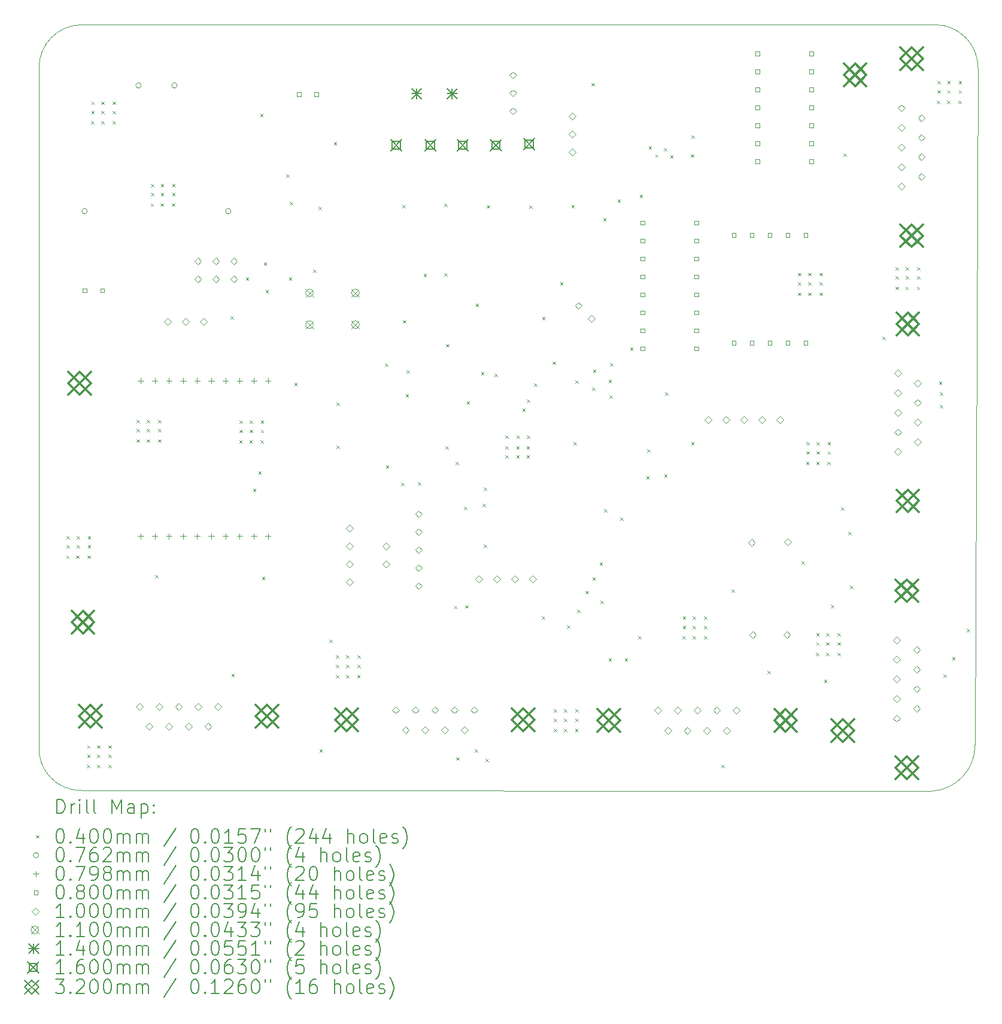
<source format=gbr>
%TF.GenerationSoftware,KiCad,Pcbnew,6.0.11-2627ca5db0~126~ubuntu20.04.1*%
%TF.CreationDate,2023-05-10T16:13:07+05:30*%
%TF.ProjectId,MVCU_F407,4d564355-5f46-4343-9037-2e6b69636164,rev?*%
%TF.SameCoordinates,Original*%
%TF.FileFunction,Drillmap*%
%TF.FilePolarity,Positive*%
%FSLAX45Y45*%
G04 Gerber Fmt 4.5, Leading zero omitted, Abs format (unit mm)*
G04 Created by KiCad (PCBNEW 6.0.11-2627ca5db0~126~ubuntu20.04.1) date 2023-05-10 16:13:07*
%MOMM*%
%LPD*%
G01*
G04 APERTURE LIST*
%ADD10C,0.050000*%
%ADD11C,0.200000*%
%ADD12C,0.040000*%
%ADD13C,0.076200*%
%ADD14C,0.079756*%
%ADD15C,0.080000*%
%ADD16C,0.100000*%
%ADD17C,0.110000*%
%ADD18C,0.140000*%
%ADD19C,0.160000*%
%ADD20C,0.320000*%
G04 APERTURE END LIST*
D10*
X6680800Y-3433200D02*
X18745800Y-3433200D01*
X19355400Y-4042800D02*
X19312500Y-13620000D01*
X6680800Y-3433200D02*
G75*
G03*
X6071200Y-4042800I0J-609600D01*
G01*
X6072502Y-13620000D02*
G75*
G03*
X6672500Y-14260000I590368J-47780D01*
G01*
X6072500Y-13620000D02*
X6071200Y-4042800D01*
X19355400Y-4042800D02*
G75*
G03*
X18745800Y-3433200I-609600J0D01*
G01*
X18702500Y-14270000D02*
X6672500Y-14260000D01*
X18702500Y-14269999D02*
G75*
G03*
X19312500Y-13620000I-41310J649999D01*
G01*
D11*
D12*
X6457500Y-10937500D02*
X6497500Y-10977500D01*
X6497500Y-10937500D02*
X6457500Y-10977500D01*
X6460000Y-10660000D02*
X6500000Y-10700000D01*
X6500000Y-10660000D02*
X6460000Y-10700000D01*
X6460000Y-10790000D02*
X6500000Y-10830000D01*
X6500000Y-10790000D02*
X6460000Y-10830000D01*
X6600000Y-10937500D02*
X6640000Y-10977500D01*
X6640000Y-10937500D02*
X6600000Y-10977500D01*
X6602500Y-10660000D02*
X6642500Y-10700000D01*
X6642500Y-10660000D02*
X6602500Y-10700000D01*
X6602500Y-10790000D02*
X6642500Y-10830000D01*
X6642500Y-10790000D02*
X6602500Y-10830000D01*
X6750000Y-13900000D02*
X6790000Y-13940000D01*
X6790000Y-13900000D02*
X6750000Y-13940000D01*
X6752500Y-13622500D02*
X6792500Y-13662500D01*
X6792500Y-13622500D02*
X6752500Y-13662500D01*
X6752500Y-13752500D02*
X6792500Y-13792500D01*
X6792500Y-13752500D02*
X6752500Y-13792500D01*
X6760000Y-10937500D02*
X6800000Y-10977500D01*
X6800000Y-10937500D02*
X6760000Y-10977500D01*
X6762500Y-10660000D02*
X6802500Y-10700000D01*
X6802500Y-10660000D02*
X6762500Y-10700000D01*
X6762500Y-10790000D02*
X6802500Y-10830000D01*
X6802500Y-10790000D02*
X6762500Y-10830000D01*
X6810000Y-4797500D02*
X6850000Y-4837500D01*
X6850000Y-4797500D02*
X6810000Y-4837500D01*
X6812500Y-4520000D02*
X6852500Y-4560000D01*
X6852500Y-4520000D02*
X6812500Y-4560000D01*
X6812500Y-4650000D02*
X6852500Y-4690000D01*
X6852500Y-4650000D02*
X6812500Y-4690000D01*
X6892500Y-13900000D02*
X6932500Y-13940000D01*
X6932500Y-13900000D02*
X6892500Y-13940000D01*
X6895000Y-13622500D02*
X6935000Y-13662500D01*
X6935000Y-13622500D02*
X6895000Y-13662500D01*
X6895000Y-13752500D02*
X6935000Y-13792500D01*
X6935000Y-13752500D02*
X6895000Y-13792500D01*
X6952500Y-4797500D02*
X6992500Y-4837500D01*
X6992500Y-4797500D02*
X6952500Y-4837500D01*
X6955000Y-4520000D02*
X6995000Y-4560000D01*
X6995000Y-4520000D02*
X6955000Y-4560000D01*
X6955000Y-4650000D02*
X6995000Y-4690000D01*
X6995000Y-4650000D02*
X6955000Y-4690000D01*
X7052500Y-13900000D02*
X7092500Y-13940000D01*
X7092500Y-13900000D02*
X7052500Y-13940000D01*
X7055000Y-13622500D02*
X7095000Y-13662500D01*
X7095000Y-13622500D02*
X7055000Y-13662500D01*
X7055000Y-13752500D02*
X7095000Y-13792500D01*
X7095000Y-13752500D02*
X7055000Y-13792500D01*
X7112500Y-4797500D02*
X7152500Y-4837500D01*
X7152500Y-4797500D02*
X7112500Y-4837500D01*
X7115000Y-4520000D02*
X7155000Y-4560000D01*
X7155000Y-4520000D02*
X7115000Y-4560000D01*
X7115000Y-4650000D02*
X7155000Y-4690000D01*
X7155000Y-4650000D02*
X7115000Y-4690000D01*
X7452500Y-9295000D02*
X7492500Y-9335000D01*
X7492500Y-9295000D02*
X7452500Y-9335000D01*
X7455000Y-9017500D02*
X7495000Y-9057500D01*
X7495000Y-9017500D02*
X7455000Y-9057500D01*
X7455000Y-9147500D02*
X7495000Y-9187500D01*
X7495000Y-9147500D02*
X7455000Y-9187500D01*
X7595000Y-9295000D02*
X7635000Y-9335000D01*
X7635000Y-9295000D02*
X7595000Y-9335000D01*
X7597500Y-9017500D02*
X7637500Y-9057500D01*
X7637500Y-9017500D02*
X7597500Y-9057500D01*
X7597500Y-9147500D02*
X7637500Y-9187500D01*
X7637500Y-9147500D02*
X7597500Y-9187500D01*
X7650000Y-5960000D02*
X7690000Y-6000000D01*
X7690000Y-5960000D02*
X7650000Y-6000000D01*
X7652500Y-5682500D02*
X7692500Y-5722500D01*
X7692500Y-5682500D02*
X7652500Y-5722500D01*
X7652500Y-5812500D02*
X7692500Y-5852500D01*
X7692500Y-5812500D02*
X7652500Y-5852500D01*
X7714900Y-11211000D02*
X7754900Y-11251000D01*
X7754900Y-11211000D02*
X7714900Y-11251000D01*
X7755000Y-9295000D02*
X7795000Y-9335000D01*
X7795000Y-9295000D02*
X7755000Y-9335000D01*
X7757500Y-9017500D02*
X7797500Y-9057500D01*
X7797500Y-9017500D02*
X7757500Y-9057500D01*
X7757500Y-9147500D02*
X7797500Y-9187500D01*
X7797500Y-9147500D02*
X7757500Y-9187500D01*
X7792500Y-5960000D02*
X7832500Y-6000000D01*
X7832500Y-5960000D02*
X7792500Y-6000000D01*
X7795000Y-5682500D02*
X7835000Y-5722500D01*
X7835000Y-5682500D02*
X7795000Y-5722500D01*
X7795000Y-5812500D02*
X7835000Y-5852500D01*
X7835000Y-5812500D02*
X7795000Y-5852500D01*
X7952500Y-5960000D02*
X7992500Y-6000000D01*
X7992500Y-5960000D02*
X7952500Y-6000000D01*
X7955000Y-5682500D02*
X7995000Y-5722500D01*
X7995000Y-5682500D02*
X7955000Y-5722500D01*
X7955000Y-5812500D02*
X7995000Y-5852500D01*
X7995000Y-5812500D02*
X7955000Y-5852500D01*
X8781700Y-7553400D02*
X8821700Y-7593400D01*
X8821700Y-7553400D02*
X8781700Y-7593400D01*
X8794400Y-12608000D02*
X8834400Y-12648000D01*
X8834400Y-12608000D02*
X8794400Y-12648000D01*
X8905000Y-9307500D02*
X8945000Y-9347500D01*
X8945000Y-9307500D02*
X8905000Y-9347500D01*
X8907500Y-9030000D02*
X8947500Y-9070000D01*
X8947500Y-9030000D02*
X8907500Y-9070000D01*
X8907500Y-9160000D02*
X8947500Y-9200000D01*
X8947500Y-9160000D02*
X8907500Y-9200000D01*
X8997600Y-7007300D02*
X9037600Y-7047300D01*
X9037600Y-7007300D02*
X8997600Y-7047300D01*
X9047500Y-9307500D02*
X9087500Y-9347500D01*
X9087500Y-9307500D02*
X9047500Y-9347500D01*
X9050000Y-9030000D02*
X9090000Y-9070000D01*
X9090000Y-9030000D02*
X9050000Y-9070000D01*
X9050000Y-9160000D02*
X9090000Y-9200000D01*
X9090000Y-9160000D02*
X9050000Y-9200000D01*
X9099200Y-9991800D02*
X9139200Y-10031800D01*
X9139200Y-9991800D02*
X9099200Y-10031800D01*
X9175400Y-9750500D02*
X9215400Y-9790500D01*
X9215400Y-9750500D02*
X9175400Y-9790500D01*
X9200800Y-4695900D02*
X9240800Y-4735900D01*
X9240800Y-4695900D02*
X9200800Y-4735900D01*
X9207500Y-9307500D02*
X9247500Y-9347500D01*
X9247500Y-9307500D02*
X9207500Y-9347500D01*
X9210000Y-9030000D02*
X9250000Y-9070000D01*
X9250000Y-9030000D02*
X9210000Y-9070000D01*
X9210000Y-9160000D02*
X9250000Y-9200000D01*
X9250000Y-9160000D02*
X9210000Y-9200000D01*
X9226200Y-11236400D02*
X9266200Y-11276400D01*
X9266200Y-11236400D02*
X9226200Y-11276400D01*
X9251600Y-6791400D02*
X9291600Y-6831400D01*
X9291600Y-6791400D02*
X9251600Y-6831400D01*
X9277000Y-7185100D02*
X9317000Y-7225100D01*
X9317000Y-7185100D02*
X9277000Y-7225100D01*
X9569100Y-5546800D02*
X9609100Y-5586800D01*
X9609100Y-5546800D02*
X9569100Y-5586800D01*
X9607200Y-7007300D02*
X9647200Y-7047300D01*
X9647200Y-7007300D02*
X9607200Y-7047300D01*
X9619900Y-5940500D02*
X9659900Y-5980500D01*
X9659900Y-5940500D02*
X9619900Y-5980500D01*
X9683400Y-8493200D02*
X9723400Y-8533200D01*
X9723400Y-8493200D02*
X9683400Y-8533200D01*
X9950100Y-6893000D02*
X9990100Y-6933000D01*
X9990100Y-6893000D02*
X9950100Y-6933000D01*
X10026300Y-6004000D02*
X10066300Y-6044000D01*
X10066300Y-6004000D02*
X10026300Y-6044000D01*
X10039000Y-13674800D02*
X10079000Y-13714800D01*
X10079000Y-13674800D02*
X10039000Y-13714800D01*
X10178700Y-12125400D02*
X10218700Y-12165400D01*
X10218700Y-12125400D02*
X10178700Y-12165400D01*
X10242200Y-5089600D02*
X10282200Y-5129600D01*
X10282200Y-5089600D02*
X10242200Y-5129600D01*
X10270000Y-12627500D02*
X10310000Y-12667500D01*
X10310000Y-12627500D02*
X10270000Y-12667500D01*
X10272500Y-12350000D02*
X10312500Y-12390000D01*
X10312500Y-12350000D02*
X10272500Y-12390000D01*
X10272500Y-12480000D02*
X10312500Y-12520000D01*
X10312500Y-12480000D02*
X10272500Y-12520000D01*
X10279400Y-8773750D02*
X10319400Y-8813750D01*
X10319400Y-8773750D02*
X10279400Y-8813750D01*
X10279400Y-9383350D02*
X10319400Y-9423350D01*
X10319400Y-9383350D02*
X10279400Y-9423350D01*
X10412500Y-12627500D02*
X10452500Y-12667500D01*
X10452500Y-12627500D02*
X10412500Y-12667500D01*
X10415000Y-12350000D02*
X10455000Y-12390000D01*
X10455000Y-12350000D02*
X10415000Y-12390000D01*
X10415000Y-12480000D02*
X10455000Y-12520000D01*
X10455000Y-12480000D02*
X10415000Y-12520000D01*
X10572500Y-12627500D02*
X10612500Y-12667500D01*
X10612500Y-12627500D02*
X10572500Y-12667500D01*
X10575000Y-12350000D02*
X10615000Y-12390000D01*
X10615000Y-12350000D02*
X10575000Y-12390000D01*
X10575000Y-12480000D02*
X10615000Y-12520000D01*
X10615000Y-12480000D02*
X10575000Y-12520000D01*
X10966100Y-8226500D02*
X11006100Y-8266500D01*
X11006100Y-8226500D02*
X10966100Y-8266500D01*
X10978800Y-9661600D02*
X11018800Y-9701600D01*
X11018800Y-9661600D02*
X10978800Y-9701600D01*
X11192500Y-9910000D02*
X11232500Y-9950000D01*
X11232500Y-9910000D02*
X11192500Y-9950000D01*
X11210000Y-5980000D02*
X11250000Y-6020000D01*
X11250000Y-5980000D02*
X11210000Y-6020000D01*
X11218535Y-7610000D02*
X11258535Y-7650000D01*
X11258535Y-7610000D02*
X11218535Y-7650000D01*
X11258200Y-8658300D02*
X11298200Y-8698300D01*
X11298200Y-8658300D02*
X11258200Y-8698300D01*
X11270900Y-8315400D02*
X11310900Y-8355400D01*
X11310900Y-8315400D02*
X11270900Y-8355400D01*
X11432500Y-9900000D02*
X11472500Y-9940000D01*
X11472500Y-9900000D02*
X11432500Y-9940000D01*
X11512200Y-6956500D02*
X11552200Y-6996500D01*
X11552200Y-6956500D02*
X11512200Y-6996500D01*
X11804300Y-6943800D02*
X11844300Y-6983800D01*
X11844300Y-6943800D02*
X11804300Y-6983800D01*
X11805000Y-5965000D02*
X11845000Y-6005000D01*
X11845000Y-5965000D02*
X11805000Y-6005000D01*
X11822500Y-9390000D02*
X11862500Y-9430000D01*
X11862500Y-9390000D02*
X11822500Y-9430000D01*
X11827500Y-7950000D02*
X11867500Y-7990000D01*
X11867500Y-7950000D02*
X11827500Y-7990000D01*
X11942500Y-11650000D02*
X11982500Y-11690000D01*
X11982500Y-11650000D02*
X11942500Y-11690000D01*
X11962500Y-9612450D02*
X12002500Y-9652450D01*
X12002500Y-9612450D02*
X11962500Y-9652450D01*
X11972500Y-13790000D02*
X12012500Y-13830000D01*
X12012500Y-13790000D02*
X11972500Y-13830000D01*
X12082500Y-10250000D02*
X12122500Y-10290000D01*
X12122500Y-10250000D02*
X12082500Y-10290000D01*
X12102500Y-11640000D02*
X12142500Y-11680000D01*
X12142500Y-11640000D02*
X12102500Y-11680000D01*
X12121800Y-8759900D02*
X12161800Y-8799900D01*
X12161800Y-8759900D02*
X12121800Y-8799900D01*
X12237300Y-13674800D02*
X12277300Y-13714800D01*
X12277300Y-13674800D02*
X12237300Y-13714800D01*
X12248800Y-7375600D02*
X12288800Y-7415600D01*
X12288800Y-7375600D02*
X12248800Y-7415600D01*
X12325000Y-8340800D02*
X12365000Y-8380800D01*
X12365000Y-8340800D02*
X12325000Y-8380800D01*
X12347500Y-10202500D02*
X12387500Y-10242500D01*
X12387500Y-10202500D02*
X12347500Y-10242500D01*
X12362500Y-10780000D02*
X12402500Y-10820000D01*
X12402500Y-10780000D02*
X12362500Y-10820000D01*
X12363100Y-9979100D02*
X12403100Y-10019100D01*
X12403100Y-9979100D02*
X12363100Y-10019100D01*
X12388500Y-13814500D02*
X12428500Y-13854500D01*
X12428500Y-13814500D02*
X12388500Y-13854500D01*
X12405000Y-5985000D02*
X12445000Y-6025000D01*
X12445000Y-5985000D02*
X12405000Y-6025000D01*
X12514587Y-8367113D02*
X12554587Y-8407113D01*
X12554587Y-8367113D02*
X12514587Y-8407113D01*
X12665000Y-9390000D02*
X12705000Y-9430000D01*
X12705000Y-9390000D02*
X12665000Y-9430000D01*
X12665000Y-9520000D02*
X12705000Y-9560000D01*
X12705000Y-9520000D02*
X12665000Y-9560000D01*
X12667500Y-9242500D02*
X12707500Y-9282500D01*
X12707500Y-9242500D02*
X12667500Y-9282500D01*
X12825000Y-9390000D02*
X12865000Y-9430000D01*
X12865000Y-9390000D02*
X12825000Y-9430000D01*
X12825000Y-9520000D02*
X12865000Y-9560000D01*
X12865000Y-9520000D02*
X12825000Y-9560000D01*
X12827500Y-9242500D02*
X12867500Y-9282500D01*
X12867500Y-9242500D02*
X12827500Y-9282500D01*
X12909200Y-8861500D02*
X12949200Y-8901500D01*
X12949200Y-8861500D02*
X12909200Y-8901500D01*
X12967500Y-9390000D02*
X13007500Y-9430000D01*
X13007500Y-9390000D02*
X12967500Y-9430000D01*
X12967500Y-9520000D02*
X13007500Y-9560000D01*
X13007500Y-9520000D02*
X12967500Y-9560000D01*
X12970000Y-9242500D02*
X13010000Y-9282500D01*
X13010000Y-9242500D02*
X12970000Y-9282500D01*
X12972700Y-8734500D02*
X13012700Y-8774500D01*
X13012700Y-8734500D02*
X12972700Y-8774500D01*
X13005000Y-5987500D02*
X13045000Y-6027500D01*
X13045000Y-5987500D02*
X13005000Y-6027500D01*
X13074300Y-8505900D02*
X13114300Y-8545900D01*
X13114300Y-8505900D02*
X13074300Y-8545900D01*
X13182500Y-11800000D02*
X13222500Y-11840000D01*
X13222500Y-11800000D02*
X13182500Y-11840000D01*
X13188600Y-7566100D02*
X13228600Y-7606100D01*
X13228600Y-7566100D02*
X13188600Y-7606100D01*
X13334934Y-8195034D02*
X13374934Y-8235034D01*
X13374934Y-8195034D02*
X13334934Y-8235034D01*
X13352500Y-13390000D02*
X13392500Y-13430000D01*
X13392500Y-13390000D02*
X13352500Y-13430000D01*
X13355000Y-13112500D02*
X13395000Y-13152500D01*
X13395000Y-13112500D02*
X13355000Y-13152500D01*
X13355000Y-13242500D02*
X13395000Y-13282500D01*
X13395000Y-13242500D02*
X13355000Y-13282500D01*
X13442600Y-7070800D02*
X13482600Y-7110800D01*
X13482600Y-7070800D02*
X13442600Y-7110800D01*
X13495000Y-13390000D02*
X13535000Y-13430000D01*
X13535000Y-13390000D02*
X13495000Y-13430000D01*
X13497500Y-13112500D02*
X13537500Y-13152500D01*
X13537500Y-13112500D02*
X13497500Y-13152500D01*
X13497500Y-13242500D02*
X13537500Y-13282500D01*
X13537500Y-13242500D02*
X13497500Y-13282500D01*
X13540450Y-11925000D02*
X13580450Y-11965000D01*
X13580450Y-11925000D02*
X13540450Y-11965000D01*
X13602500Y-5980000D02*
X13642500Y-6020000D01*
X13642500Y-5980000D02*
X13602500Y-6020000D01*
X13633100Y-9331400D02*
X13673100Y-9371400D01*
X13673100Y-9331400D02*
X13633100Y-9371400D01*
X13655000Y-13390000D02*
X13695000Y-13430000D01*
X13695000Y-13390000D02*
X13655000Y-13430000D01*
X13657500Y-13112500D02*
X13697500Y-13152500D01*
X13697500Y-13112500D02*
X13657500Y-13152500D01*
X13657500Y-13242500D02*
X13697500Y-13282500D01*
X13697500Y-13242500D02*
X13657500Y-13282500D01*
X13660000Y-8460000D02*
X13700000Y-8500000D01*
X13700000Y-8460000D02*
X13660000Y-8500000D01*
X13685000Y-11702500D02*
X13725000Y-11742500D01*
X13725000Y-11702500D02*
X13685000Y-11742500D01*
X13800000Y-11437500D02*
X13840000Y-11477500D01*
X13840000Y-11437500D02*
X13800000Y-11477500D01*
X13885000Y-4257500D02*
X13925000Y-4297500D01*
X13925000Y-4257500D02*
X13885000Y-4297500D01*
X13893450Y-8563050D02*
X13933450Y-8603050D01*
X13933450Y-8563050D02*
X13893450Y-8603050D01*
X13900000Y-11247500D02*
X13940000Y-11287500D01*
X13940000Y-11247500D02*
X13900000Y-11287500D01*
X13907500Y-8307500D02*
X13947500Y-8347500D01*
X13947500Y-8307500D02*
X13907500Y-8347500D01*
X14001400Y-11033200D02*
X14041400Y-11073200D01*
X14041400Y-11033200D02*
X14001400Y-11073200D01*
X14014100Y-11579300D02*
X14054100Y-11619300D01*
X14054100Y-11579300D02*
X14014100Y-11619300D01*
X14052200Y-6169100D02*
X14092200Y-6209100D01*
X14092200Y-6169100D02*
X14052200Y-6209100D01*
X14064900Y-10283900D02*
X14104900Y-10323900D01*
X14104900Y-10283900D02*
X14064900Y-10323900D01*
X14128400Y-8455100D02*
X14168400Y-8495100D01*
X14168400Y-8455100D02*
X14128400Y-8495100D01*
X14128400Y-12392100D02*
X14168400Y-12432100D01*
X14168400Y-12392100D02*
X14128400Y-12432100D01*
X14141100Y-8671000D02*
X14181100Y-8711000D01*
X14181100Y-8671000D02*
X14141100Y-8711000D01*
X14150000Y-8217500D02*
X14190000Y-8257500D01*
X14190000Y-8217500D02*
X14150000Y-8257500D01*
X14255400Y-5902400D02*
X14295400Y-5942400D01*
X14295400Y-5902400D02*
X14255400Y-5942400D01*
X14293500Y-10398200D02*
X14333500Y-10438200D01*
X14333500Y-10398200D02*
X14293500Y-10438200D01*
X14357000Y-12392100D02*
X14397000Y-12432100D01*
X14397000Y-12392100D02*
X14357000Y-12432100D01*
X14433200Y-7997900D02*
X14473200Y-8037900D01*
X14473200Y-7997900D02*
X14433200Y-8037900D01*
X14547500Y-12074600D02*
X14587500Y-12114600D01*
X14587500Y-12074600D02*
X14547500Y-12114600D01*
X14567500Y-5837500D02*
X14607500Y-5877500D01*
X14607500Y-5837500D02*
X14567500Y-5877500D01*
X14661800Y-9814000D02*
X14701800Y-9854000D01*
X14701800Y-9814000D02*
X14661800Y-9854000D01*
X14674500Y-9433000D02*
X14714500Y-9473000D01*
X14714500Y-9433000D02*
X14674500Y-9473000D01*
X14694500Y-5151700D02*
X14734500Y-5191700D01*
X14734500Y-5151700D02*
X14694500Y-5191700D01*
X14789600Y-5266000D02*
X14829600Y-5306000D01*
X14829600Y-5266000D02*
X14789600Y-5306000D01*
X14910400Y-5177100D02*
X14950400Y-5217100D01*
X14950400Y-5177100D02*
X14910400Y-5217100D01*
X14915800Y-9788600D02*
X14955800Y-9828600D01*
X14955800Y-9788600D02*
X14915800Y-9828600D01*
X14928500Y-8632900D02*
X14968500Y-8672900D01*
X14968500Y-8632900D02*
X14928500Y-8672900D01*
X14999300Y-5278700D02*
X15039300Y-5318700D01*
X15039300Y-5278700D02*
X14999300Y-5318700D01*
X15175000Y-12077500D02*
X15215000Y-12117500D01*
X15215000Y-12077500D02*
X15175000Y-12117500D01*
X15177500Y-11800000D02*
X15217500Y-11840000D01*
X15217500Y-11800000D02*
X15177500Y-11840000D01*
X15177500Y-11930000D02*
X15217500Y-11970000D01*
X15217500Y-11930000D02*
X15177500Y-11970000D01*
X15291400Y-5266000D02*
X15331400Y-5306000D01*
X15331400Y-5266000D02*
X15291400Y-5306000D01*
X15296600Y-9331400D02*
X15336600Y-9371400D01*
X15336600Y-9331400D02*
X15296600Y-9371400D01*
X15302500Y-5000900D02*
X15342500Y-5040900D01*
X15342500Y-5000900D02*
X15302500Y-5040900D01*
X15317500Y-12077500D02*
X15357500Y-12117500D01*
X15357500Y-12077500D02*
X15317500Y-12117500D01*
X15320000Y-11800000D02*
X15360000Y-11840000D01*
X15360000Y-11800000D02*
X15320000Y-11840000D01*
X15320000Y-11930000D02*
X15360000Y-11970000D01*
X15360000Y-11930000D02*
X15320000Y-11970000D01*
X15477500Y-12077500D02*
X15517500Y-12117500D01*
X15517500Y-12077500D02*
X15477500Y-12117500D01*
X15480000Y-11800000D02*
X15520000Y-11840000D01*
X15520000Y-11800000D02*
X15480000Y-11840000D01*
X15480000Y-11930000D02*
X15520000Y-11970000D01*
X15520000Y-11930000D02*
X15480000Y-11970000D01*
X15722500Y-13899450D02*
X15762500Y-13939450D01*
X15762500Y-13899450D02*
X15722500Y-13939450D01*
X15868300Y-11414200D02*
X15908300Y-11454200D01*
X15908300Y-11414200D02*
X15868300Y-11454200D01*
X16376300Y-12569900D02*
X16416300Y-12609900D01*
X16416300Y-12569900D02*
X16376300Y-12609900D01*
X16807500Y-7220000D02*
X16847500Y-7260000D01*
X16847500Y-7220000D02*
X16807500Y-7260000D01*
X16810000Y-6942500D02*
X16850000Y-6982500D01*
X16850000Y-6942500D02*
X16810000Y-6982500D01*
X16810000Y-7072500D02*
X16850000Y-7112500D01*
X16850000Y-7072500D02*
X16810000Y-7112500D01*
X16858700Y-11019950D02*
X16898700Y-11059950D01*
X16898700Y-11019950D02*
X16858700Y-11059950D01*
X16922500Y-9612500D02*
X16962500Y-9652500D01*
X16962500Y-9612500D02*
X16922500Y-9652500D01*
X16925000Y-9335000D02*
X16965000Y-9375000D01*
X16965000Y-9335000D02*
X16925000Y-9375000D01*
X16925000Y-9465000D02*
X16965000Y-9505000D01*
X16965000Y-9465000D02*
X16925000Y-9505000D01*
X16950000Y-7220000D02*
X16990000Y-7260000D01*
X16990000Y-7220000D02*
X16950000Y-7260000D01*
X16952500Y-6942500D02*
X16992500Y-6982500D01*
X16992500Y-6942500D02*
X16952500Y-6982500D01*
X16952500Y-7072500D02*
X16992500Y-7112500D01*
X16992500Y-7072500D02*
X16952500Y-7112500D01*
X17062500Y-12312500D02*
X17102500Y-12352500D01*
X17102500Y-12312500D02*
X17062500Y-12352500D01*
X17065000Y-9612500D02*
X17105000Y-9652500D01*
X17105000Y-9612500D02*
X17065000Y-9652500D01*
X17065000Y-12035000D02*
X17105000Y-12075000D01*
X17105000Y-12035000D02*
X17065000Y-12075000D01*
X17065000Y-12165000D02*
X17105000Y-12205000D01*
X17105000Y-12165000D02*
X17065000Y-12205000D01*
X17067500Y-9335000D02*
X17107500Y-9375000D01*
X17107500Y-9335000D02*
X17067500Y-9375000D01*
X17067500Y-9465000D02*
X17107500Y-9505000D01*
X17107500Y-9465000D02*
X17067500Y-9505000D01*
X17110000Y-7220000D02*
X17150000Y-7260000D01*
X17150000Y-7220000D02*
X17110000Y-7260000D01*
X17112500Y-6942500D02*
X17152500Y-6982500D01*
X17152500Y-6942500D02*
X17112500Y-6982500D01*
X17112500Y-7072500D02*
X17152500Y-7112500D01*
X17152500Y-7072500D02*
X17112500Y-7112500D01*
X17176400Y-12696900D02*
X17216400Y-12736900D01*
X17216400Y-12696900D02*
X17176400Y-12736900D01*
X17205000Y-12312500D02*
X17245000Y-12352500D01*
X17245000Y-12312500D02*
X17205000Y-12352500D01*
X17207500Y-12035000D02*
X17247500Y-12075000D01*
X17247500Y-12035000D02*
X17207500Y-12075000D01*
X17207500Y-12165000D02*
X17247500Y-12205000D01*
X17247500Y-12165000D02*
X17207500Y-12205000D01*
X17225000Y-9612500D02*
X17265000Y-9652500D01*
X17265000Y-9612500D02*
X17225000Y-9652500D01*
X17227500Y-9335000D02*
X17267500Y-9375000D01*
X17267500Y-9335000D02*
X17227500Y-9375000D01*
X17227500Y-9465000D02*
X17267500Y-9505000D01*
X17267500Y-9465000D02*
X17227500Y-9505000D01*
X17272627Y-11637427D02*
X17312627Y-11677427D01*
X17312627Y-11637427D02*
X17272627Y-11677427D01*
X17365000Y-12312500D02*
X17405000Y-12352500D01*
X17405000Y-12312500D02*
X17365000Y-12352500D01*
X17367500Y-12035000D02*
X17407500Y-12075000D01*
X17407500Y-12035000D02*
X17367500Y-12075000D01*
X17367500Y-12165000D02*
X17407500Y-12205000D01*
X17407500Y-12165000D02*
X17367500Y-12205000D01*
X17417700Y-10258500D02*
X17457700Y-10298500D01*
X17457700Y-10258500D02*
X17417700Y-10298500D01*
X17450400Y-5253300D02*
X17490400Y-5293300D01*
X17490400Y-5253300D02*
X17450400Y-5293300D01*
X17519300Y-10601400D02*
X17559300Y-10641400D01*
X17559300Y-10601400D02*
X17519300Y-10641400D01*
X17545677Y-11364377D02*
X17585677Y-11404377D01*
X17585677Y-11364377D02*
X17545677Y-11404377D01*
X18001900Y-7845500D02*
X18041900Y-7885500D01*
X18041900Y-7845500D02*
X18001900Y-7885500D01*
X18185000Y-7137500D02*
X18225000Y-7177500D01*
X18225000Y-7137500D02*
X18185000Y-7177500D01*
X18187500Y-6860000D02*
X18227500Y-6900000D01*
X18227500Y-6860000D02*
X18187500Y-6900000D01*
X18187500Y-6990000D02*
X18227500Y-7030000D01*
X18227500Y-6990000D02*
X18187500Y-7030000D01*
X18327500Y-7137500D02*
X18367500Y-7177500D01*
X18367500Y-7137500D02*
X18327500Y-7177500D01*
X18330000Y-6860000D02*
X18370000Y-6900000D01*
X18370000Y-6860000D02*
X18330000Y-6900000D01*
X18330000Y-6990000D02*
X18370000Y-7030000D01*
X18370000Y-6990000D02*
X18330000Y-7030000D01*
X18487500Y-7137500D02*
X18527500Y-7177500D01*
X18527500Y-7137500D02*
X18487500Y-7177500D01*
X18490000Y-6860000D02*
X18530000Y-6900000D01*
X18530000Y-6860000D02*
X18490000Y-6900000D01*
X18490000Y-6990000D02*
X18530000Y-7030000D01*
X18530000Y-6990000D02*
X18490000Y-7030000D01*
X18775000Y-4507500D02*
X18815000Y-4547500D01*
X18815000Y-4507500D02*
X18775000Y-4547500D01*
X18777500Y-4230000D02*
X18817500Y-4270000D01*
X18817500Y-4230000D02*
X18777500Y-4270000D01*
X18777500Y-4360000D02*
X18817500Y-4400000D01*
X18817500Y-4360000D02*
X18777500Y-4400000D01*
X18802000Y-8480500D02*
X18842000Y-8520500D01*
X18842000Y-8480500D02*
X18802000Y-8520500D01*
X18814700Y-8632900D02*
X18854700Y-8672900D01*
X18854700Y-8632900D02*
X18814700Y-8672900D01*
X18814700Y-8810700D02*
X18854700Y-8850700D01*
X18854700Y-8810700D02*
X18814700Y-8850700D01*
X18865500Y-12620700D02*
X18905500Y-12660700D01*
X18905500Y-12620700D02*
X18865500Y-12660700D01*
X18917500Y-4507500D02*
X18957500Y-4547500D01*
X18957500Y-4507500D02*
X18917500Y-4547500D01*
X18920000Y-4230000D02*
X18960000Y-4270000D01*
X18960000Y-4230000D02*
X18920000Y-4270000D01*
X18920000Y-4360000D02*
X18960000Y-4400000D01*
X18960000Y-4360000D02*
X18920000Y-4400000D01*
X18988350Y-12370850D02*
X19028350Y-12410850D01*
X19028350Y-12370850D02*
X18988350Y-12410850D01*
X19077500Y-4507500D02*
X19117500Y-4547500D01*
X19117500Y-4507500D02*
X19077500Y-4547500D01*
X19080000Y-4230000D02*
X19120000Y-4270000D01*
X19120000Y-4230000D02*
X19080000Y-4270000D01*
X19080000Y-4360000D02*
X19120000Y-4400000D01*
X19120000Y-4360000D02*
X19080000Y-4400000D01*
X19195700Y-11973000D02*
X19235700Y-12013000D01*
X19235700Y-11973000D02*
X19195700Y-12013000D01*
D13*
X6755311Y-6069389D02*
G75*
G03*
X6755311Y-6069389I-38100J0D01*
G01*
X7517311Y-4291389D02*
G75*
G03*
X7517311Y-4291389I-38100J0D01*
G01*
X8025311Y-4291389D02*
G75*
G03*
X8025311Y-4291389I-38100J0D01*
G01*
X8787311Y-6069389D02*
G75*
G03*
X8787311Y-6069389I-38100J0D01*
G01*
D14*
X7510066Y-8425302D02*
X7510066Y-8505058D01*
X7470188Y-8465180D02*
X7549944Y-8465180D01*
X7510066Y-10624942D02*
X7510066Y-10704698D01*
X7470188Y-10664820D02*
X7549944Y-10664820D01*
X7710218Y-8425302D02*
X7710218Y-8505058D01*
X7670340Y-8465180D02*
X7750096Y-8465180D01*
X7710218Y-10624942D02*
X7710218Y-10704698D01*
X7670340Y-10664820D02*
X7750096Y-10664820D01*
X7910116Y-8425302D02*
X7910116Y-8505058D01*
X7870238Y-8465180D02*
X7949994Y-8465180D01*
X7910116Y-10624942D02*
X7910116Y-10704698D01*
X7870238Y-10664820D02*
X7949994Y-10664820D01*
X8110268Y-8425302D02*
X8110268Y-8505058D01*
X8070390Y-8465180D02*
X8150146Y-8465180D01*
X8110268Y-10624942D02*
X8110268Y-10704698D01*
X8070390Y-10664820D02*
X8150146Y-10664820D01*
X8310166Y-8425302D02*
X8310166Y-8505058D01*
X8270288Y-8465180D02*
X8350044Y-8465180D01*
X8310166Y-10624942D02*
X8310166Y-10704698D01*
X8270288Y-10664820D02*
X8350044Y-10664820D01*
X8510064Y-8425302D02*
X8510064Y-8505058D01*
X8470186Y-8465180D02*
X8549942Y-8465180D01*
X8510064Y-10624942D02*
X8510064Y-10704698D01*
X8470186Y-10664820D02*
X8549942Y-10664820D01*
X8710216Y-8425302D02*
X8710216Y-8505058D01*
X8670338Y-8465180D02*
X8750094Y-8465180D01*
X8710216Y-10624942D02*
X8710216Y-10704698D01*
X8670338Y-10664820D02*
X8750094Y-10664820D01*
X8910114Y-8425302D02*
X8910114Y-8505058D01*
X8870236Y-8465180D02*
X8949992Y-8465180D01*
X8910114Y-10624942D02*
X8910114Y-10704698D01*
X8870236Y-10664820D02*
X8949992Y-10664820D01*
X9110266Y-8425302D02*
X9110266Y-8505058D01*
X9070388Y-8465180D02*
X9150144Y-8465180D01*
X9110266Y-10624942D02*
X9110266Y-10704698D01*
X9070388Y-10664820D02*
X9150144Y-10664820D01*
X9310164Y-8425302D02*
X9310164Y-8505058D01*
X9270286Y-8465180D02*
X9350042Y-8465180D01*
X9310164Y-10624942D02*
X9310164Y-10704698D01*
X9270286Y-10664820D02*
X9350042Y-10664820D01*
D15*
X6745519Y-7218284D02*
X6745519Y-7161715D01*
X6688950Y-7161715D01*
X6688950Y-7218284D01*
X6745519Y-7218284D01*
X6995519Y-7218284D02*
X6995519Y-7161715D01*
X6938950Y-7161715D01*
X6938950Y-7218284D01*
X6995519Y-7218284D01*
X9775519Y-4448285D02*
X9775519Y-4391716D01*
X9718950Y-4391716D01*
X9718950Y-4448285D01*
X9775519Y-4448285D01*
X10025519Y-4448285D02*
X10025519Y-4391716D01*
X9968950Y-4391716D01*
X9968950Y-4448285D01*
X10025519Y-4448285D01*
X14638784Y-6261034D02*
X14638784Y-6204465D01*
X14582215Y-6204465D01*
X14582215Y-6261034D01*
X14638784Y-6261034D01*
X14638784Y-6515034D02*
X14638784Y-6458465D01*
X14582215Y-6458465D01*
X14582215Y-6515034D01*
X14638784Y-6515034D01*
X14638784Y-6769034D02*
X14638784Y-6712465D01*
X14582215Y-6712465D01*
X14582215Y-6769034D01*
X14638784Y-6769034D01*
X14638784Y-7023034D02*
X14638784Y-6966465D01*
X14582215Y-6966465D01*
X14582215Y-7023034D01*
X14638784Y-7023034D01*
X14638784Y-7277034D02*
X14638784Y-7220465D01*
X14582215Y-7220465D01*
X14582215Y-7277034D01*
X14638784Y-7277034D01*
X14638784Y-7531034D02*
X14638784Y-7474465D01*
X14582215Y-7474465D01*
X14582215Y-7531034D01*
X14638784Y-7531034D01*
X14638784Y-7785034D02*
X14638784Y-7728465D01*
X14582215Y-7728465D01*
X14582215Y-7785034D01*
X14638784Y-7785034D01*
X14638784Y-8039034D02*
X14638784Y-7982465D01*
X14582215Y-7982465D01*
X14582215Y-8039034D01*
X14638784Y-8039034D01*
X15400784Y-6261034D02*
X15400784Y-6204465D01*
X15344215Y-6204465D01*
X15344215Y-6261034D01*
X15400784Y-6261034D01*
X15400784Y-6515034D02*
X15400784Y-6458465D01*
X15344215Y-6458465D01*
X15344215Y-6515034D01*
X15400784Y-6515034D01*
X15400784Y-6769034D02*
X15400784Y-6712465D01*
X15344215Y-6712465D01*
X15344215Y-6769034D01*
X15400784Y-6769034D01*
X15400784Y-7023034D02*
X15400784Y-6966465D01*
X15344215Y-6966465D01*
X15344215Y-7023034D01*
X15400784Y-7023034D01*
X15400784Y-7277034D02*
X15400784Y-7220465D01*
X15344215Y-7220465D01*
X15344215Y-7277034D01*
X15400784Y-7277034D01*
X15400784Y-7531034D02*
X15400784Y-7474465D01*
X15344215Y-7474465D01*
X15344215Y-7531034D01*
X15400784Y-7531034D01*
X15400784Y-7785034D02*
X15400784Y-7728465D01*
X15344215Y-7728465D01*
X15344215Y-7785034D01*
X15400784Y-7785034D01*
X15400784Y-8039034D02*
X15400784Y-7982465D01*
X15344215Y-7982465D01*
X15344215Y-8039034D01*
X15400784Y-8039034D01*
X15927784Y-6434284D02*
X15927784Y-6377715D01*
X15871215Y-6377715D01*
X15871215Y-6434284D01*
X15927784Y-6434284D01*
X15927784Y-7958284D02*
X15927784Y-7901715D01*
X15871215Y-7901715D01*
X15871215Y-7958284D01*
X15927784Y-7958284D01*
X16181784Y-6434284D02*
X16181784Y-6377715D01*
X16125215Y-6377715D01*
X16125215Y-6434284D01*
X16181784Y-6434284D01*
X16181784Y-7958284D02*
X16181784Y-7901715D01*
X16125215Y-7901715D01*
X16125215Y-7958284D01*
X16181784Y-7958284D01*
X16265384Y-3867684D02*
X16265384Y-3811115D01*
X16208815Y-3811115D01*
X16208815Y-3867684D01*
X16265384Y-3867684D01*
X16265384Y-4121684D02*
X16265384Y-4065115D01*
X16208815Y-4065115D01*
X16208815Y-4121684D01*
X16265384Y-4121684D01*
X16265384Y-4375685D02*
X16265384Y-4319116D01*
X16208815Y-4319116D01*
X16208815Y-4375685D01*
X16265384Y-4375685D01*
X16265384Y-4629685D02*
X16265384Y-4573116D01*
X16208815Y-4573116D01*
X16208815Y-4629685D01*
X16265384Y-4629685D01*
X16265384Y-4883685D02*
X16265384Y-4827116D01*
X16208815Y-4827116D01*
X16208815Y-4883685D01*
X16265384Y-4883685D01*
X16265384Y-5137685D02*
X16265384Y-5081116D01*
X16208815Y-5081116D01*
X16208815Y-5137685D01*
X16265384Y-5137685D01*
X16265384Y-5391685D02*
X16265384Y-5335116D01*
X16208815Y-5335116D01*
X16208815Y-5391685D01*
X16265384Y-5391685D01*
X16435784Y-6434284D02*
X16435784Y-6377715D01*
X16379215Y-6377715D01*
X16379215Y-6434284D01*
X16435784Y-6434284D01*
X16435784Y-7958284D02*
X16435784Y-7901715D01*
X16379215Y-7901715D01*
X16379215Y-7958284D01*
X16435784Y-7958284D01*
X16689784Y-6434284D02*
X16689784Y-6377715D01*
X16633215Y-6377715D01*
X16633215Y-6434284D01*
X16689784Y-6434284D01*
X16689784Y-7958284D02*
X16689784Y-7901715D01*
X16633215Y-7901715D01*
X16633215Y-7958284D01*
X16689784Y-7958284D01*
X16943785Y-6434284D02*
X16943785Y-6377715D01*
X16887216Y-6377715D01*
X16887216Y-6434284D01*
X16943785Y-6434284D01*
X16943785Y-7958284D02*
X16943785Y-7901715D01*
X16887216Y-7901715D01*
X16887216Y-7958284D01*
X16943785Y-7958284D01*
X17027385Y-3867684D02*
X17027385Y-3811115D01*
X16970816Y-3811115D01*
X16970816Y-3867684D01*
X17027385Y-3867684D01*
X17027385Y-4121684D02*
X17027385Y-4065115D01*
X16970816Y-4065115D01*
X16970816Y-4121684D01*
X17027385Y-4121684D01*
X17027385Y-4375685D02*
X17027385Y-4319116D01*
X16970816Y-4319116D01*
X16970816Y-4375685D01*
X17027385Y-4375685D01*
X17027385Y-4629685D02*
X17027385Y-4573116D01*
X16970816Y-4573116D01*
X16970816Y-4629685D01*
X17027385Y-4629685D01*
X17027385Y-4883685D02*
X17027385Y-4827116D01*
X16970816Y-4827116D01*
X16970816Y-4883685D01*
X17027385Y-4883685D01*
X17027385Y-5137685D02*
X17027385Y-5081116D01*
X16970816Y-5081116D01*
X16970816Y-5137685D01*
X17027385Y-5137685D01*
X17027385Y-5391685D02*
X17027385Y-5335116D01*
X16970816Y-5335116D01*
X16970816Y-5391685D01*
X17027385Y-5391685D01*
D16*
X7493211Y-13121256D02*
X7543211Y-13071256D01*
X7493211Y-13021256D01*
X7443211Y-13071256D01*
X7493211Y-13121256D01*
X7631711Y-13405256D02*
X7681711Y-13355256D01*
X7631711Y-13305256D01*
X7581711Y-13355256D01*
X7631711Y-13405256D01*
X7770211Y-13121256D02*
X7820211Y-13071256D01*
X7770211Y-13021256D01*
X7720211Y-13071256D01*
X7770211Y-13121256D01*
X7889500Y-7680000D02*
X7939500Y-7630000D01*
X7889500Y-7580000D01*
X7839500Y-7630000D01*
X7889500Y-7680000D01*
X7908711Y-13405256D02*
X7958711Y-13355256D01*
X7908711Y-13305256D01*
X7858711Y-13355256D01*
X7908711Y-13405256D01*
X8047211Y-13121256D02*
X8097211Y-13071256D01*
X8047211Y-13021256D01*
X7997211Y-13071256D01*
X8047211Y-13121256D01*
X8143500Y-7680000D02*
X8193500Y-7630000D01*
X8143500Y-7580000D01*
X8093500Y-7630000D01*
X8143500Y-7680000D01*
X8185711Y-13405256D02*
X8235711Y-13355256D01*
X8185711Y-13305256D01*
X8135711Y-13355256D01*
X8185711Y-13405256D01*
X8319500Y-6825000D02*
X8369500Y-6775000D01*
X8319500Y-6725000D01*
X8269500Y-6775000D01*
X8319500Y-6825000D01*
X8319500Y-7079000D02*
X8369500Y-7029000D01*
X8319500Y-6979000D01*
X8269500Y-7029000D01*
X8319500Y-7079000D01*
X8324211Y-13121256D02*
X8374211Y-13071256D01*
X8324211Y-13021256D01*
X8274211Y-13071256D01*
X8324211Y-13121256D01*
X8397500Y-7680000D02*
X8447500Y-7630000D01*
X8397500Y-7580000D01*
X8347500Y-7630000D01*
X8397500Y-7680000D01*
X8462711Y-13405256D02*
X8512711Y-13355256D01*
X8462711Y-13305256D01*
X8412711Y-13355256D01*
X8462711Y-13405256D01*
X8573500Y-6825000D02*
X8623500Y-6775000D01*
X8573500Y-6725000D01*
X8523500Y-6775000D01*
X8573500Y-6825000D01*
X8573500Y-7079000D02*
X8623500Y-7029000D01*
X8573500Y-6979000D01*
X8523500Y-7029000D01*
X8573500Y-7079000D01*
X8601211Y-13121256D02*
X8651211Y-13071256D01*
X8601211Y-13021256D01*
X8551211Y-13071256D01*
X8601211Y-13121256D01*
X8827500Y-6825000D02*
X8877500Y-6775000D01*
X8827500Y-6725000D01*
X8777500Y-6775000D01*
X8827500Y-6825000D01*
X8827500Y-7079000D02*
X8877500Y-7029000D01*
X8827500Y-6979000D01*
X8777500Y-7029000D01*
X8827500Y-7079000D01*
X10462500Y-10600000D02*
X10512500Y-10550000D01*
X10462500Y-10500000D01*
X10412500Y-10550000D01*
X10462500Y-10600000D01*
X10462500Y-10854000D02*
X10512500Y-10804000D01*
X10462500Y-10754000D01*
X10412500Y-10804000D01*
X10462500Y-10854000D01*
X10462500Y-11108000D02*
X10512500Y-11058000D01*
X10462500Y-11008000D01*
X10412500Y-11058000D01*
X10462500Y-11108000D01*
X10462500Y-11362000D02*
X10512500Y-11312000D01*
X10462500Y-11262000D01*
X10412500Y-11312000D01*
X10462500Y-11362000D01*
X10982500Y-10856500D02*
X11032500Y-10806500D01*
X10982500Y-10756500D01*
X10932500Y-10806500D01*
X10982500Y-10856500D01*
X10982500Y-11110500D02*
X11032500Y-11060500D01*
X10982500Y-11010500D01*
X10932500Y-11060500D01*
X10982500Y-11110500D01*
X11118211Y-13171256D02*
X11168211Y-13121256D01*
X11118211Y-13071256D01*
X11068211Y-13121256D01*
X11118211Y-13171256D01*
X11256711Y-13455256D02*
X11306711Y-13405256D01*
X11256711Y-13355256D01*
X11206711Y-13405256D01*
X11256711Y-13455256D01*
X11395211Y-13171256D02*
X11445211Y-13121256D01*
X11395211Y-13071256D01*
X11345211Y-13121256D01*
X11395211Y-13171256D01*
X11442500Y-10402500D02*
X11492500Y-10352500D01*
X11442500Y-10302500D01*
X11392500Y-10352500D01*
X11442500Y-10402500D01*
X11442500Y-10656500D02*
X11492500Y-10606500D01*
X11442500Y-10556500D01*
X11392500Y-10606500D01*
X11442500Y-10656500D01*
X11442500Y-10910500D02*
X11492500Y-10860500D01*
X11442500Y-10810500D01*
X11392500Y-10860500D01*
X11442500Y-10910500D01*
X11442500Y-11164500D02*
X11492500Y-11114500D01*
X11442500Y-11064500D01*
X11392500Y-11114500D01*
X11442500Y-11164500D01*
X11442500Y-11418500D02*
X11492500Y-11368500D01*
X11442500Y-11318500D01*
X11392500Y-11368500D01*
X11442500Y-11418500D01*
X11533711Y-13455256D02*
X11583711Y-13405256D01*
X11533711Y-13355256D01*
X11483711Y-13405256D01*
X11533711Y-13455256D01*
X11672211Y-13171256D02*
X11722211Y-13121256D01*
X11672211Y-13071256D01*
X11622211Y-13121256D01*
X11672211Y-13171256D01*
X11810711Y-13455256D02*
X11860711Y-13405256D01*
X11810711Y-13355256D01*
X11760711Y-13405256D01*
X11810711Y-13455256D01*
X11949211Y-13171256D02*
X11999211Y-13121256D01*
X11949211Y-13071256D01*
X11899211Y-13121256D01*
X11949211Y-13171256D01*
X12087711Y-13455256D02*
X12137711Y-13405256D01*
X12087711Y-13355256D01*
X12037711Y-13405256D01*
X12087711Y-13455256D01*
X12226211Y-13171256D02*
X12276211Y-13121256D01*
X12226211Y-13071256D01*
X12176211Y-13121256D01*
X12226211Y-13171256D01*
X12292500Y-11320000D02*
X12342500Y-11270000D01*
X12292500Y-11220000D01*
X12242500Y-11270000D01*
X12292500Y-11320000D01*
X12546500Y-11320000D02*
X12596500Y-11270000D01*
X12546500Y-11220000D01*
X12496500Y-11270000D01*
X12546500Y-11320000D01*
X12776800Y-4195900D02*
X12826800Y-4145900D01*
X12776800Y-4095900D01*
X12726800Y-4145900D01*
X12776800Y-4195900D01*
X12776800Y-4449900D02*
X12826800Y-4399900D01*
X12776800Y-4349900D01*
X12726800Y-4399900D01*
X12776800Y-4449900D01*
X12776800Y-4703900D02*
X12826800Y-4653900D01*
X12776800Y-4603900D01*
X12726800Y-4653900D01*
X12776800Y-4703900D01*
X12800500Y-11320000D02*
X12850500Y-11270000D01*
X12800500Y-11220000D01*
X12750500Y-11270000D01*
X12800500Y-11320000D01*
X13054500Y-11320000D02*
X13104500Y-11270000D01*
X13054500Y-11220000D01*
X13004500Y-11270000D01*
X13054500Y-11320000D01*
X13615000Y-4777500D02*
X13665000Y-4727500D01*
X13615000Y-4677500D01*
X13565000Y-4727500D01*
X13615000Y-4777500D01*
X13615000Y-5031500D02*
X13665000Y-4981500D01*
X13615000Y-4931500D01*
X13565000Y-4981500D01*
X13615000Y-5031500D01*
X13615000Y-5285500D02*
X13665000Y-5235500D01*
X13615000Y-5185500D01*
X13565000Y-5235500D01*
X13615000Y-5285500D01*
X13703051Y-7455551D02*
X13753051Y-7405551D01*
X13703051Y-7355551D01*
X13653051Y-7405551D01*
X13703051Y-7455551D01*
X13882656Y-7635156D02*
X13932656Y-7585156D01*
X13882656Y-7535156D01*
X13832656Y-7585156D01*
X13882656Y-7635156D01*
X14828211Y-13176256D02*
X14878211Y-13126256D01*
X14828211Y-13076256D01*
X14778211Y-13126256D01*
X14828211Y-13176256D01*
X14966711Y-13460256D02*
X15016711Y-13410256D01*
X14966711Y-13360256D01*
X14916711Y-13410256D01*
X14966711Y-13460256D01*
X15105211Y-13176256D02*
X15155211Y-13126256D01*
X15105211Y-13076256D01*
X15055211Y-13126256D01*
X15105211Y-13176256D01*
X15243711Y-13460256D02*
X15293711Y-13410256D01*
X15243711Y-13360256D01*
X15193711Y-13410256D01*
X15243711Y-13460256D01*
X15382211Y-13176256D02*
X15432211Y-13126256D01*
X15382211Y-13076256D01*
X15332211Y-13126256D01*
X15382211Y-13176256D01*
X15520711Y-13460256D02*
X15570711Y-13410256D01*
X15520711Y-13360256D01*
X15470711Y-13410256D01*
X15520711Y-13460256D01*
X15540000Y-9070000D02*
X15590000Y-9020000D01*
X15540000Y-8970000D01*
X15490000Y-9020000D01*
X15540000Y-9070000D01*
X15659211Y-13176256D02*
X15709211Y-13126256D01*
X15659211Y-13076256D01*
X15609211Y-13126256D01*
X15659211Y-13176256D01*
X15794000Y-9070000D02*
X15844000Y-9020000D01*
X15794000Y-8970000D01*
X15744000Y-9020000D01*
X15794000Y-9070000D01*
X15797711Y-13460256D02*
X15847711Y-13410256D01*
X15797711Y-13360256D01*
X15747711Y-13410256D01*
X15797711Y-13460256D01*
X15936211Y-13176256D02*
X15986211Y-13126256D01*
X15936211Y-13076256D01*
X15886211Y-13126256D01*
X15936211Y-13176256D01*
X16048000Y-9070000D02*
X16098000Y-9020000D01*
X16048000Y-8970000D01*
X15998000Y-9020000D01*
X16048000Y-9070000D01*
X16150700Y-10803000D02*
X16200700Y-10753000D01*
X16150700Y-10703000D01*
X16100700Y-10753000D01*
X16150700Y-10803000D01*
X16167700Y-12106500D02*
X16217700Y-12056500D01*
X16167700Y-12006500D01*
X16117700Y-12056500D01*
X16167700Y-12106500D01*
X16302000Y-9070000D02*
X16352000Y-9020000D01*
X16302000Y-8970000D01*
X16252000Y-9020000D01*
X16302000Y-9070000D01*
X16556000Y-9070000D02*
X16606000Y-9020000D01*
X16556000Y-8970000D01*
X16506000Y-9020000D01*
X16556000Y-9070000D01*
X16650300Y-12106500D02*
X16700300Y-12056500D01*
X16650300Y-12006500D01*
X16600300Y-12056500D01*
X16650300Y-12106500D01*
X16665700Y-10795500D02*
X16715700Y-10745500D01*
X16665700Y-10695500D01*
X16615700Y-10745500D01*
X16665700Y-10795500D01*
X18203267Y-12181689D02*
X18253267Y-12131689D01*
X18203267Y-12081689D01*
X18153267Y-12131689D01*
X18203267Y-12181689D01*
X18203267Y-12458689D02*
X18253267Y-12408689D01*
X18203267Y-12358689D01*
X18153267Y-12408689D01*
X18203267Y-12458689D01*
X18203267Y-12735689D02*
X18253267Y-12685689D01*
X18203267Y-12635689D01*
X18153267Y-12685689D01*
X18203267Y-12735689D01*
X18203267Y-13012689D02*
X18253267Y-12962689D01*
X18203267Y-12912689D01*
X18153267Y-12962689D01*
X18203267Y-13012689D01*
X18203267Y-13289689D02*
X18253267Y-13239689D01*
X18203267Y-13189689D01*
X18153267Y-13239689D01*
X18203267Y-13289689D01*
X18218611Y-8411689D02*
X18268611Y-8361689D01*
X18218611Y-8311689D01*
X18168611Y-8361689D01*
X18218611Y-8411689D01*
X18218611Y-8688689D02*
X18268611Y-8638689D01*
X18218611Y-8588689D01*
X18168611Y-8638689D01*
X18218611Y-8688689D01*
X18218611Y-8965689D02*
X18268611Y-8915689D01*
X18218611Y-8865689D01*
X18168611Y-8915689D01*
X18218611Y-8965689D01*
X18218611Y-9242689D02*
X18268611Y-9192689D01*
X18218611Y-9142689D01*
X18168611Y-9192689D01*
X18218611Y-9242689D01*
X18218611Y-9519689D02*
X18268611Y-9469689D01*
X18218611Y-9419689D01*
X18168611Y-9469689D01*
X18218611Y-9519689D01*
X18270578Y-4661689D02*
X18320578Y-4611689D01*
X18270578Y-4561689D01*
X18220578Y-4611689D01*
X18270578Y-4661689D01*
X18270578Y-4938689D02*
X18320578Y-4888689D01*
X18270578Y-4838689D01*
X18220578Y-4888689D01*
X18270578Y-4938689D01*
X18270578Y-5215689D02*
X18320578Y-5165689D01*
X18270578Y-5115689D01*
X18220578Y-5165689D01*
X18270578Y-5215689D01*
X18270578Y-5492689D02*
X18320578Y-5442689D01*
X18270578Y-5392689D01*
X18220578Y-5442689D01*
X18270578Y-5492689D01*
X18270578Y-5769689D02*
X18320578Y-5719689D01*
X18270578Y-5669689D01*
X18220578Y-5719689D01*
X18270578Y-5769689D01*
X18487267Y-12320189D02*
X18537267Y-12270189D01*
X18487267Y-12220189D01*
X18437267Y-12270189D01*
X18487267Y-12320189D01*
X18487267Y-12597189D02*
X18537267Y-12547189D01*
X18487267Y-12497189D01*
X18437267Y-12547189D01*
X18487267Y-12597189D01*
X18487267Y-12874189D02*
X18537267Y-12824189D01*
X18487267Y-12774189D01*
X18437267Y-12824189D01*
X18487267Y-12874189D01*
X18487267Y-13151189D02*
X18537267Y-13101189D01*
X18487267Y-13051189D01*
X18437267Y-13101189D01*
X18487267Y-13151189D01*
X18502611Y-8550189D02*
X18552611Y-8500189D01*
X18502611Y-8450189D01*
X18452611Y-8500189D01*
X18502611Y-8550189D01*
X18502611Y-8827189D02*
X18552611Y-8777189D01*
X18502611Y-8727189D01*
X18452611Y-8777189D01*
X18502611Y-8827189D01*
X18502611Y-9104189D02*
X18552611Y-9054189D01*
X18502611Y-9004189D01*
X18452611Y-9054189D01*
X18502611Y-9104189D01*
X18502611Y-9381189D02*
X18552611Y-9331189D01*
X18502611Y-9281189D01*
X18452611Y-9331189D01*
X18502611Y-9381189D01*
X18554578Y-4800189D02*
X18604578Y-4750189D01*
X18554578Y-4700189D01*
X18504578Y-4750189D01*
X18554578Y-4800189D01*
X18554578Y-5077189D02*
X18604578Y-5027189D01*
X18554578Y-4977189D01*
X18504578Y-5027189D01*
X18554578Y-5077189D01*
X18554578Y-5354189D02*
X18604578Y-5304189D01*
X18554578Y-5254189D01*
X18504578Y-5304189D01*
X18554578Y-5354189D01*
X18554578Y-5631189D02*
X18604578Y-5581189D01*
X18554578Y-5531189D01*
X18504578Y-5581189D01*
X18554578Y-5631189D01*
D17*
X9843211Y-7169289D02*
X9953211Y-7279289D01*
X9953211Y-7169289D02*
X9843211Y-7279289D01*
X9953211Y-7224289D02*
G75*
G03*
X9953211Y-7224289I-55000J0D01*
G01*
X9843211Y-7619289D02*
X9953211Y-7729289D01*
X9953211Y-7619289D02*
X9843211Y-7729289D01*
X9953211Y-7674289D02*
G75*
G03*
X9953211Y-7674289I-55000J0D01*
G01*
X10493211Y-7169289D02*
X10603211Y-7279289D01*
X10603211Y-7169289D02*
X10493211Y-7279289D01*
X10603211Y-7224289D02*
G75*
G03*
X10603211Y-7224289I-55000J0D01*
G01*
X10493211Y-7619289D02*
X10603211Y-7729289D01*
X10603211Y-7619289D02*
X10493211Y-7729289D01*
X10603211Y-7674289D02*
G75*
G03*
X10603211Y-7674289I-55000J0D01*
G01*
D18*
X11345211Y-4337150D02*
X11485211Y-4477150D01*
X11485211Y-4337150D02*
X11345211Y-4477150D01*
X11415211Y-4337150D02*
X11415211Y-4477150D01*
X11345211Y-4407150D02*
X11485211Y-4407150D01*
X11845211Y-4337150D02*
X11985211Y-4477150D01*
X11985211Y-4337150D02*
X11845211Y-4477150D01*
X11915211Y-4337150D02*
X11915211Y-4477150D01*
X11845211Y-4407150D02*
X11985211Y-4407150D01*
D19*
X11045800Y-5055000D02*
X11205800Y-5215000D01*
X11205800Y-5055000D02*
X11045800Y-5215000D01*
X11182369Y-5191569D02*
X11182369Y-5078431D01*
X11069231Y-5078431D01*
X11069231Y-5191569D01*
X11182369Y-5191569D01*
X11528400Y-5055000D02*
X11688400Y-5215000D01*
X11688400Y-5055000D02*
X11528400Y-5215000D01*
X11664969Y-5191569D02*
X11664969Y-5078431D01*
X11551831Y-5078431D01*
X11551831Y-5191569D01*
X11664969Y-5191569D01*
X11985600Y-5055000D02*
X12145600Y-5215000D01*
X12145600Y-5055000D02*
X11985600Y-5215000D01*
X12122169Y-5191569D02*
X12122169Y-5078431D01*
X12009031Y-5078431D01*
X12009031Y-5191569D01*
X12122169Y-5191569D01*
X12455500Y-5055000D02*
X12615500Y-5215000D01*
X12615500Y-5055000D02*
X12455500Y-5215000D01*
X12592069Y-5191569D02*
X12592069Y-5078431D01*
X12478931Y-5078431D01*
X12478931Y-5191569D01*
X12592069Y-5191569D01*
X12925400Y-5042300D02*
X13085400Y-5202300D01*
X13085400Y-5042300D02*
X12925400Y-5202300D01*
X13061969Y-5178869D02*
X13061969Y-5065731D01*
X12948831Y-5065731D01*
X12948831Y-5178869D01*
X13061969Y-5178869D01*
D20*
X6487500Y-8340000D02*
X6807500Y-8660000D01*
X6807500Y-8340000D02*
X6487500Y-8660000D01*
X6647500Y-8660000D02*
X6807500Y-8500000D01*
X6647500Y-8340000D01*
X6487500Y-8500000D01*
X6647500Y-8660000D01*
X6533211Y-11719289D02*
X6853211Y-12039289D01*
X6853211Y-11719289D02*
X6533211Y-12039289D01*
X6693211Y-12039289D02*
X6853211Y-11879289D01*
X6693211Y-11719289D01*
X6533211Y-11879289D01*
X6693211Y-12039289D01*
X6637211Y-13053256D02*
X6957211Y-13373256D01*
X6957211Y-13053256D02*
X6637211Y-13373256D01*
X6797211Y-13373256D02*
X6957211Y-13213256D01*
X6797211Y-13053256D01*
X6637211Y-13213256D01*
X6797211Y-13373256D01*
X9137211Y-13053256D02*
X9457211Y-13373256D01*
X9457211Y-13053256D02*
X9137211Y-13373256D01*
X9297211Y-13373256D02*
X9457211Y-13213256D01*
X9297211Y-13053256D01*
X9137211Y-13213256D01*
X9297211Y-13373256D01*
X10262211Y-13103256D02*
X10582211Y-13423256D01*
X10582211Y-13103256D02*
X10262211Y-13423256D01*
X10422211Y-13423256D02*
X10582211Y-13263256D01*
X10422211Y-13103256D01*
X10262211Y-13263256D01*
X10422211Y-13423256D01*
X12762211Y-13103256D02*
X13082211Y-13423256D01*
X13082211Y-13103256D02*
X12762211Y-13423256D01*
X12922211Y-13423256D02*
X13082211Y-13263256D01*
X12922211Y-13103256D01*
X12762211Y-13263256D01*
X12922211Y-13423256D01*
X13972211Y-13108256D02*
X14292211Y-13428256D01*
X14292211Y-13108256D02*
X13972211Y-13428256D01*
X14132211Y-13428256D02*
X14292211Y-13268256D01*
X14132211Y-13108256D01*
X13972211Y-13268256D01*
X14132211Y-13428256D01*
X16472211Y-13108256D02*
X16792211Y-13428256D01*
X16792211Y-13108256D02*
X16472211Y-13428256D01*
X16632211Y-13428256D02*
X16792211Y-13268256D01*
X16632211Y-13108256D01*
X16472211Y-13268256D01*
X16632211Y-13428256D01*
X17282500Y-13250000D02*
X17602500Y-13570000D01*
X17602500Y-13250000D02*
X17282500Y-13570000D01*
X17442500Y-13570000D02*
X17602500Y-13410000D01*
X17442500Y-13250000D01*
X17282500Y-13410000D01*
X17442500Y-13570000D01*
X17455500Y-3984400D02*
X17775500Y-4304400D01*
X17775500Y-3984400D02*
X17455500Y-4304400D01*
X17615500Y-4304400D02*
X17775500Y-4144400D01*
X17615500Y-3984400D01*
X17455500Y-4144400D01*
X17615500Y-4304400D01*
X18185267Y-11275689D02*
X18505267Y-11595689D01*
X18505267Y-11275689D02*
X18185267Y-11595689D01*
X18345267Y-11595689D02*
X18505267Y-11435689D01*
X18345267Y-11275689D01*
X18185267Y-11435689D01*
X18345267Y-11595689D01*
X18185267Y-13775689D02*
X18505267Y-14095689D01*
X18505267Y-13775689D02*
X18185267Y-14095689D01*
X18345267Y-14095689D02*
X18505267Y-13935689D01*
X18345267Y-13775689D01*
X18185267Y-13935689D01*
X18345267Y-14095689D01*
X18200611Y-7505689D02*
X18520611Y-7825689D01*
X18520611Y-7505689D02*
X18200611Y-7825689D01*
X18360611Y-7825689D02*
X18520611Y-7665689D01*
X18360611Y-7505689D01*
X18200611Y-7665689D01*
X18360611Y-7825689D01*
X18200611Y-10005689D02*
X18520611Y-10325689D01*
X18520611Y-10005689D02*
X18200611Y-10325689D01*
X18360611Y-10325689D02*
X18520611Y-10165689D01*
X18360611Y-10005689D01*
X18200611Y-10165689D01*
X18360611Y-10325689D01*
X18252578Y-3755689D02*
X18572578Y-4075689D01*
X18572578Y-3755689D02*
X18252578Y-4075689D01*
X18412578Y-4075689D02*
X18572578Y-3915689D01*
X18412578Y-3755689D01*
X18252578Y-3915689D01*
X18412578Y-4075689D01*
X18252578Y-6255689D02*
X18572578Y-6575689D01*
X18572578Y-6255689D02*
X18252578Y-6575689D01*
X18412578Y-6575689D02*
X18572578Y-6415689D01*
X18412578Y-6255689D01*
X18252578Y-6415689D01*
X18412578Y-6575689D01*
D11*
X6325691Y-14582976D02*
X6325691Y-14382976D01*
X6373310Y-14382976D01*
X6401881Y-14392500D01*
X6420929Y-14411548D01*
X6430453Y-14430595D01*
X6439976Y-14468690D01*
X6439976Y-14497262D01*
X6430453Y-14535357D01*
X6420929Y-14554405D01*
X6401881Y-14573452D01*
X6373310Y-14582976D01*
X6325691Y-14582976D01*
X6525691Y-14582976D02*
X6525691Y-14449643D01*
X6525691Y-14487738D02*
X6535214Y-14468690D01*
X6544738Y-14459167D01*
X6563786Y-14449643D01*
X6582834Y-14449643D01*
X6649500Y-14582976D02*
X6649500Y-14449643D01*
X6649500Y-14382976D02*
X6639976Y-14392500D01*
X6649500Y-14402024D01*
X6659024Y-14392500D01*
X6649500Y-14382976D01*
X6649500Y-14402024D01*
X6773310Y-14582976D02*
X6754262Y-14573452D01*
X6744738Y-14554405D01*
X6744738Y-14382976D01*
X6878072Y-14582976D02*
X6859024Y-14573452D01*
X6849500Y-14554405D01*
X6849500Y-14382976D01*
X7106643Y-14582976D02*
X7106643Y-14382976D01*
X7173310Y-14525833D01*
X7239976Y-14382976D01*
X7239976Y-14582976D01*
X7420929Y-14582976D02*
X7420929Y-14478214D01*
X7411405Y-14459167D01*
X7392357Y-14449643D01*
X7354262Y-14449643D01*
X7335214Y-14459167D01*
X7420929Y-14573452D02*
X7401881Y-14582976D01*
X7354262Y-14582976D01*
X7335214Y-14573452D01*
X7325691Y-14554405D01*
X7325691Y-14535357D01*
X7335214Y-14516309D01*
X7354262Y-14506786D01*
X7401881Y-14506786D01*
X7420929Y-14497262D01*
X7516167Y-14449643D02*
X7516167Y-14649643D01*
X7516167Y-14459167D02*
X7535214Y-14449643D01*
X7573310Y-14449643D01*
X7592357Y-14459167D01*
X7601881Y-14468690D01*
X7611405Y-14487738D01*
X7611405Y-14544881D01*
X7601881Y-14563928D01*
X7592357Y-14573452D01*
X7573310Y-14582976D01*
X7535214Y-14582976D01*
X7516167Y-14573452D01*
X7697119Y-14563928D02*
X7706643Y-14573452D01*
X7697119Y-14582976D01*
X7687595Y-14573452D01*
X7697119Y-14563928D01*
X7697119Y-14582976D01*
X7697119Y-14459167D02*
X7706643Y-14468690D01*
X7697119Y-14478214D01*
X7687595Y-14468690D01*
X7697119Y-14459167D01*
X7697119Y-14478214D01*
D12*
X6028072Y-14892500D02*
X6068072Y-14932500D01*
X6068072Y-14892500D02*
X6028072Y-14932500D01*
D11*
X6363786Y-14802976D02*
X6382834Y-14802976D01*
X6401881Y-14812500D01*
X6411405Y-14822024D01*
X6420929Y-14841071D01*
X6430453Y-14879167D01*
X6430453Y-14926786D01*
X6420929Y-14964881D01*
X6411405Y-14983928D01*
X6401881Y-14993452D01*
X6382834Y-15002976D01*
X6363786Y-15002976D01*
X6344738Y-14993452D01*
X6335214Y-14983928D01*
X6325691Y-14964881D01*
X6316167Y-14926786D01*
X6316167Y-14879167D01*
X6325691Y-14841071D01*
X6335214Y-14822024D01*
X6344738Y-14812500D01*
X6363786Y-14802976D01*
X6516167Y-14983928D02*
X6525691Y-14993452D01*
X6516167Y-15002976D01*
X6506643Y-14993452D01*
X6516167Y-14983928D01*
X6516167Y-15002976D01*
X6697119Y-14869643D02*
X6697119Y-15002976D01*
X6649500Y-14793452D02*
X6601881Y-14936309D01*
X6725691Y-14936309D01*
X6839976Y-14802976D02*
X6859024Y-14802976D01*
X6878072Y-14812500D01*
X6887595Y-14822024D01*
X6897119Y-14841071D01*
X6906643Y-14879167D01*
X6906643Y-14926786D01*
X6897119Y-14964881D01*
X6887595Y-14983928D01*
X6878072Y-14993452D01*
X6859024Y-15002976D01*
X6839976Y-15002976D01*
X6820929Y-14993452D01*
X6811405Y-14983928D01*
X6801881Y-14964881D01*
X6792357Y-14926786D01*
X6792357Y-14879167D01*
X6801881Y-14841071D01*
X6811405Y-14822024D01*
X6820929Y-14812500D01*
X6839976Y-14802976D01*
X7030453Y-14802976D02*
X7049500Y-14802976D01*
X7068548Y-14812500D01*
X7078072Y-14822024D01*
X7087595Y-14841071D01*
X7097119Y-14879167D01*
X7097119Y-14926786D01*
X7087595Y-14964881D01*
X7078072Y-14983928D01*
X7068548Y-14993452D01*
X7049500Y-15002976D01*
X7030453Y-15002976D01*
X7011405Y-14993452D01*
X7001881Y-14983928D01*
X6992357Y-14964881D01*
X6982834Y-14926786D01*
X6982834Y-14879167D01*
X6992357Y-14841071D01*
X7001881Y-14822024D01*
X7011405Y-14812500D01*
X7030453Y-14802976D01*
X7182834Y-15002976D02*
X7182834Y-14869643D01*
X7182834Y-14888690D02*
X7192357Y-14879167D01*
X7211405Y-14869643D01*
X7239976Y-14869643D01*
X7259024Y-14879167D01*
X7268548Y-14898214D01*
X7268548Y-15002976D01*
X7268548Y-14898214D02*
X7278072Y-14879167D01*
X7297119Y-14869643D01*
X7325691Y-14869643D01*
X7344738Y-14879167D01*
X7354262Y-14898214D01*
X7354262Y-15002976D01*
X7449500Y-15002976D02*
X7449500Y-14869643D01*
X7449500Y-14888690D02*
X7459024Y-14879167D01*
X7478072Y-14869643D01*
X7506643Y-14869643D01*
X7525691Y-14879167D01*
X7535214Y-14898214D01*
X7535214Y-15002976D01*
X7535214Y-14898214D02*
X7544738Y-14879167D01*
X7563786Y-14869643D01*
X7592357Y-14869643D01*
X7611405Y-14879167D01*
X7620929Y-14898214D01*
X7620929Y-15002976D01*
X8011405Y-14793452D02*
X7839976Y-15050595D01*
X8268548Y-14802976D02*
X8287595Y-14802976D01*
X8306643Y-14812500D01*
X8316167Y-14822024D01*
X8325691Y-14841071D01*
X8335214Y-14879167D01*
X8335214Y-14926786D01*
X8325691Y-14964881D01*
X8316167Y-14983928D01*
X8306643Y-14993452D01*
X8287595Y-15002976D01*
X8268548Y-15002976D01*
X8249500Y-14993452D01*
X8239976Y-14983928D01*
X8230453Y-14964881D01*
X8220929Y-14926786D01*
X8220929Y-14879167D01*
X8230453Y-14841071D01*
X8239976Y-14822024D01*
X8249500Y-14812500D01*
X8268548Y-14802976D01*
X8420929Y-14983928D02*
X8430453Y-14993452D01*
X8420929Y-15002976D01*
X8411405Y-14993452D01*
X8420929Y-14983928D01*
X8420929Y-15002976D01*
X8554262Y-14802976D02*
X8573310Y-14802976D01*
X8592357Y-14812500D01*
X8601881Y-14822024D01*
X8611405Y-14841071D01*
X8620929Y-14879167D01*
X8620929Y-14926786D01*
X8611405Y-14964881D01*
X8601881Y-14983928D01*
X8592357Y-14993452D01*
X8573310Y-15002976D01*
X8554262Y-15002976D01*
X8535215Y-14993452D01*
X8525691Y-14983928D01*
X8516167Y-14964881D01*
X8506643Y-14926786D01*
X8506643Y-14879167D01*
X8516167Y-14841071D01*
X8525691Y-14822024D01*
X8535215Y-14812500D01*
X8554262Y-14802976D01*
X8811405Y-15002976D02*
X8697119Y-15002976D01*
X8754262Y-15002976D02*
X8754262Y-14802976D01*
X8735215Y-14831548D01*
X8716167Y-14850595D01*
X8697119Y-14860119D01*
X8992357Y-14802976D02*
X8897119Y-14802976D01*
X8887596Y-14898214D01*
X8897119Y-14888690D01*
X8916167Y-14879167D01*
X8963786Y-14879167D01*
X8982834Y-14888690D01*
X8992357Y-14898214D01*
X9001881Y-14917262D01*
X9001881Y-14964881D01*
X8992357Y-14983928D01*
X8982834Y-14993452D01*
X8963786Y-15002976D01*
X8916167Y-15002976D01*
X8897119Y-14993452D01*
X8887596Y-14983928D01*
X9068548Y-14802976D02*
X9201881Y-14802976D01*
X9116167Y-15002976D01*
X9268548Y-14802976D02*
X9268548Y-14841071D01*
X9344738Y-14802976D02*
X9344738Y-14841071D01*
X9639976Y-15079167D02*
X9630453Y-15069643D01*
X9611405Y-15041071D01*
X9601881Y-15022024D01*
X9592357Y-14993452D01*
X9582834Y-14945833D01*
X9582834Y-14907738D01*
X9592357Y-14860119D01*
X9601881Y-14831548D01*
X9611405Y-14812500D01*
X9630453Y-14783928D01*
X9639976Y-14774405D01*
X9706643Y-14822024D02*
X9716167Y-14812500D01*
X9735215Y-14802976D01*
X9782834Y-14802976D01*
X9801881Y-14812500D01*
X9811405Y-14822024D01*
X9820929Y-14841071D01*
X9820929Y-14860119D01*
X9811405Y-14888690D01*
X9697119Y-15002976D01*
X9820929Y-15002976D01*
X9992357Y-14869643D02*
X9992357Y-15002976D01*
X9944738Y-14793452D02*
X9897119Y-14936309D01*
X10020929Y-14936309D01*
X10182834Y-14869643D02*
X10182834Y-15002976D01*
X10135215Y-14793452D02*
X10087596Y-14936309D01*
X10211405Y-14936309D01*
X10439976Y-15002976D02*
X10439976Y-14802976D01*
X10525691Y-15002976D02*
X10525691Y-14898214D01*
X10516167Y-14879167D01*
X10497119Y-14869643D01*
X10468548Y-14869643D01*
X10449500Y-14879167D01*
X10439976Y-14888690D01*
X10649500Y-15002976D02*
X10630453Y-14993452D01*
X10620929Y-14983928D01*
X10611405Y-14964881D01*
X10611405Y-14907738D01*
X10620929Y-14888690D01*
X10630453Y-14879167D01*
X10649500Y-14869643D01*
X10678072Y-14869643D01*
X10697119Y-14879167D01*
X10706643Y-14888690D01*
X10716167Y-14907738D01*
X10716167Y-14964881D01*
X10706643Y-14983928D01*
X10697119Y-14993452D01*
X10678072Y-15002976D01*
X10649500Y-15002976D01*
X10830453Y-15002976D02*
X10811405Y-14993452D01*
X10801881Y-14974405D01*
X10801881Y-14802976D01*
X10982834Y-14993452D02*
X10963786Y-15002976D01*
X10925691Y-15002976D01*
X10906643Y-14993452D01*
X10897119Y-14974405D01*
X10897119Y-14898214D01*
X10906643Y-14879167D01*
X10925691Y-14869643D01*
X10963786Y-14869643D01*
X10982834Y-14879167D01*
X10992357Y-14898214D01*
X10992357Y-14917262D01*
X10897119Y-14936309D01*
X11068548Y-14993452D02*
X11087596Y-15002976D01*
X11125691Y-15002976D01*
X11144738Y-14993452D01*
X11154262Y-14974405D01*
X11154262Y-14964881D01*
X11144738Y-14945833D01*
X11125691Y-14936309D01*
X11097119Y-14936309D01*
X11078072Y-14926786D01*
X11068548Y-14907738D01*
X11068548Y-14898214D01*
X11078072Y-14879167D01*
X11097119Y-14869643D01*
X11125691Y-14869643D01*
X11144738Y-14879167D01*
X11220929Y-15079167D02*
X11230453Y-15069643D01*
X11249500Y-15041071D01*
X11259024Y-15022024D01*
X11268548Y-14993452D01*
X11278072Y-14945833D01*
X11278072Y-14907738D01*
X11268548Y-14860119D01*
X11259024Y-14831548D01*
X11249500Y-14812500D01*
X11230453Y-14783928D01*
X11220929Y-14774405D01*
D13*
X6068072Y-15176500D02*
G75*
G03*
X6068072Y-15176500I-38100J0D01*
G01*
D11*
X6363786Y-15066976D02*
X6382834Y-15066976D01*
X6401881Y-15076500D01*
X6411405Y-15086024D01*
X6420929Y-15105071D01*
X6430453Y-15143167D01*
X6430453Y-15190786D01*
X6420929Y-15228881D01*
X6411405Y-15247928D01*
X6401881Y-15257452D01*
X6382834Y-15266976D01*
X6363786Y-15266976D01*
X6344738Y-15257452D01*
X6335214Y-15247928D01*
X6325691Y-15228881D01*
X6316167Y-15190786D01*
X6316167Y-15143167D01*
X6325691Y-15105071D01*
X6335214Y-15086024D01*
X6344738Y-15076500D01*
X6363786Y-15066976D01*
X6516167Y-15247928D02*
X6525691Y-15257452D01*
X6516167Y-15266976D01*
X6506643Y-15257452D01*
X6516167Y-15247928D01*
X6516167Y-15266976D01*
X6592357Y-15066976D02*
X6725691Y-15066976D01*
X6639976Y-15266976D01*
X6887595Y-15066976D02*
X6849500Y-15066976D01*
X6830453Y-15076500D01*
X6820929Y-15086024D01*
X6801881Y-15114595D01*
X6792357Y-15152690D01*
X6792357Y-15228881D01*
X6801881Y-15247928D01*
X6811405Y-15257452D01*
X6830453Y-15266976D01*
X6868548Y-15266976D01*
X6887595Y-15257452D01*
X6897119Y-15247928D01*
X6906643Y-15228881D01*
X6906643Y-15181262D01*
X6897119Y-15162214D01*
X6887595Y-15152690D01*
X6868548Y-15143167D01*
X6830453Y-15143167D01*
X6811405Y-15152690D01*
X6801881Y-15162214D01*
X6792357Y-15181262D01*
X6982834Y-15086024D02*
X6992357Y-15076500D01*
X7011405Y-15066976D01*
X7059024Y-15066976D01*
X7078072Y-15076500D01*
X7087595Y-15086024D01*
X7097119Y-15105071D01*
X7097119Y-15124119D01*
X7087595Y-15152690D01*
X6973310Y-15266976D01*
X7097119Y-15266976D01*
X7182834Y-15266976D02*
X7182834Y-15133643D01*
X7182834Y-15152690D02*
X7192357Y-15143167D01*
X7211405Y-15133643D01*
X7239976Y-15133643D01*
X7259024Y-15143167D01*
X7268548Y-15162214D01*
X7268548Y-15266976D01*
X7268548Y-15162214D02*
X7278072Y-15143167D01*
X7297119Y-15133643D01*
X7325691Y-15133643D01*
X7344738Y-15143167D01*
X7354262Y-15162214D01*
X7354262Y-15266976D01*
X7449500Y-15266976D02*
X7449500Y-15133643D01*
X7449500Y-15152690D02*
X7459024Y-15143167D01*
X7478072Y-15133643D01*
X7506643Y-15133643D01*
X7525691Y-15143167D01*
X7535214Y-15162214D01*
X7535214Y-15266976D01*
X7535214Y-15162214D02*
X7544738Y-15143167D01*
X7563786Y-15133643D01*
X7592357Y-15133643D01*
X7611405Y-15143167D01*
X7620929Y-15162214D01*
X7620929Y-15266976D01*
X8011405Y-15057452D02*
X7839976Y-15314595D01*
X8268548Y-15066976D02*
X8287595Y-15066976D01*
X8306643Y-15076500D01*
X8316167Y-15086024D01*
X8325691Y-15105071D01*
X8335214Y-15143167D01*
X8335214Y-15190786D01*
X8325691Y-15228881D01*
X8316167Y-15247928D01*
X8306643Y-15257452D01*
X8287595Y-15266976D01*
X8268548Y-15266976D01*
X8249500Y-15257452D01*
X8239976Y-15247928D01*
X8230453Y-15228881D01*
X8220929Y-15190786D01*
X8220929Y-15143167D01*
X8230453Y-15105071D01*
X8239976Y-15086024D01*
X8249500Y-15076500D01*
X8268548Y-15066976D01*
X8420929Y-15247928D02*
X8430453Y-15257452D01*
X8420929Y-15266976D01*
X8411405Y-15257452D01*
X8420929Y-15247928D01*
X8420929Y-15266976D01*
X8554262Y-15066976D02*
X8573310Y-15066976D01*
X8592357Y-15076500D01*
X8601881Y-15086024D01*
X8611405Y-15105071D01*
X8620929Y-15143167D01*
X8620929Y-15190786D01*
X8611405Y-15228881D01*
X8601881Y-15247928D01*
X8592357Y-15257452D01*
X8573310Y-15266976D01*
X8554262Y-15266976D01*
X8535215Y-15257452D01*
X8525691Y-15247928D01*
X8516167Y-15228881D01*
X8506643Y-15190786D01*
X8506643Y-15143167D01*
X8516167Y-15105071D01*
X8525691Y-15086024D01*
X8535215Y-15076500D01*
X8554262Y-15066976D01*
X8687596Y-15066976D02*
X8811405Y-15066976D01*
X8744738Y-15143167D01*
X8773310Y-15143167D01*
X8792357Y-15152690D01*
X8801881Y-15162214D01*
X8811405Y-15181262D01*
X8811405Y-15228881D01*
X8801881Y-15247928D01*
X8792357Y-15257452D01*
X8773310Y-15266976D01*
X8716167Y-15266976D01*
X8697119Y-15257452D01*
X8687596Y-15247928D01*
X8935215Y-15066976D02*
X8954262Y-15066976D01*
X8973310Y-15076500D01*
X8982834Y-15086024D01*
X8992357Y-15105071D01*
X9001881Y-15143167D01*
X9001881Y-15190786D01*
X8992357Y-15228881D01*
X8982834Y-15247928D01*
X8973310Y-15257452D01*
X8954262Y-15266976D01*
X8935215Y-15266976D01*
X8916167Y-15257452D01*
X8906643Y-15247928D01*
X8897119Y-15228881D01*
X8887596Y-15190786D01*
X8887596Y-15143167D01*
X8897119Y-15105071D01*
X8906643Y-15086024D01*
X8916167Y-15076500D01*
X8935215Y-15066976D01*
X9125691Y-15066976D02*
X9144738Y-15066976D01*
X9163786Y-15076500D01*
X9173310Y-15086024D01*
X9182834Y-15105071D01*
X9192357Y-15143167D01*
X9192357Y-15190786D01*
X9182834Y-15228881D01*
X9173310Y-15247928D01*
X9163786Y-15257452D01*
X9144738Y-15266976D01*
X9125691Y-15266976D01*
X9106643Y-15257452D01*
X9097119Y-15247928D01*
X9087596Y-15228881D01*
X9078072Y-15190786D01*
X9078072Y-15143167D01*
X9087596Y-15105071D01*
X9097119Y-15086024D01*
X9106643Y-15076500D01*
X9125691Y-15066976D01*
X9268548Y-15066976D02*
X9268548Y-15105071D01*
X9344738Y-15066976D02*
X9344738Y-15105071D01*
X9639976Y-15343167D02*
X9630453Y-15333643D01*
X9611405Y-15305071D01*
X9601881Y-15286024D01*
X9592357Y-15257452D01*
X9582834Y-15209833D01*
X9582834Y-15171738D01*
X9592357Y-15124119D01*
X9601881Y-15095548D01*
X9611405Y-15076500D01*
X9630453Y-15047928D01*
X9639976Y-15038405D01*
X9801881Y-15133643D02*
X9801881Y-15266976D01*
X9754262Y-15057452D02*
X9706643Y-15200309D01*
X9830453Y-15200309D01*
X10059024Y-15266976D02*
X10059024Y-15066976D01*
X10144738Y-15266976D02*
X10144738Y-15162214D01*
X10135215Y-15143167D01*
X10116167Y-15133643D01*
X10087596Y-15133643D01*
X10068548Y-15143167D01*
X10059024Y-15152690D01*
X10268548Y-15266976D02*
X10249500Y-15257452D01*
X10239976Y-15247928D01*
X10230453Y-15228881D01*
X10230453Y-15171738D01*
X10239976Y-15152690D01*
X10249500Y-15143167D01*
X10268548Y-15133643D01*
X10297119Y-15133643D01*
X10316167Y-15143167D01*
X10325691Y-15152690D01*
X10335215Y-15171738D01*
X10335215Y-15228881D01*
X10325691Y-15247928D01*
X10316167Y-15257452D01*
X10297119Y-15266976D01*
X10268548Y-15266976D01*
X10449500Y-15266976D02*
X10430453Y-15257452D01*
X10420929Y-15238405D01*
X10420929Y-15066976D01*
X10601881Y-15257452D02*
X10582834Y-15266976D01*
X10544738Y-15266976D01*
X10525691Y-15257452D01*
X10516167Y-15238405D01*
X10516167Y-15162214D01*
X10525691Y-15143167D01*
X10544738Y-15133643D01*
X10582834Y-15133643D01*
X10601881Y-15143167D01*
X10611405Y-15162214D01*
X10611405Y-15181262D01*
X10516167Y-15200309D01*
X10687596Y-15257452D02*
X10706643Y-15266976D01*
X10744738Y-15266976D01*
X10763786Y-15257452D01*
X10773310Y-15238405D01*
X10773310Y-15228881D01*
X10763786Y-15209833D01*
X10744738Y-15200309D01*
X10716167Y-15200309D01*
X10697119Y-15190786D01*
X10687596Y-15171738D01*
X10687596Y-15162214D01*
X10697119Y-15143167D01*
X10716167Y-15133643D01*
X10744738Y-15133643D01*
X10763786Y-15143167D01*
X10839976Y-15343167D02*
X10849500Y-15333643D01*
X10868548Y-15305071D01*
X10878072Y-15286024D01*
X10887596Y-15257452D01*
X10897119Y-15209833D01*
X10897119Y-15171738D01*
X10887596Y-15124119D01*
X10878072Y-15095548D01*
X10868548Y-15076500D01*
X10849500Y-15047928D01*
X10839976Y-15038405D01*
D14*
X6028194Y-15400622D02*
X6028194Y-15480378D01*
X5988316Y-15440500D02*
X6068072Y-15440500D01*
D11*
X6363786Y-15330976D02*
X6382834Y-15330976D01*
X6401881Y-15340500D01*
X6411405Y-15350024D01*
X6420929Y-15369071D01*
X6430453Y-15407167D01*
X6430453Y-15454786D01*
X6420929Y-15492881D01*
X6411405Y-15511928D01*
X6401881Y-15521452D01*
X6382834Y-15530976D01*
X6363786Y-15530976D01*
X6344738Y-15521452D01*
X6335214Y-15511928D01*
X6325691Y-15492881D01*
X6316167Y-15454786D01*
X6316167Y-15407167D01*
X6325691Y-15369071D01*
X6335214Y-15350024D01*
X6344738Y-15340500D01*
X6363786Y-15330976D01*
X6516167Y-15511928D02*
X6525691Y-15521452D01*
X6516167Y-15530976D01*
X6506643Y-15521452D01*
X6516167Y-15511928D01*
X6516167Y-15530976D01*
X6592357Y-15330976D02*
X6725691Y-15330976D01*
X6639976Y-15530976D01*
X6811405Y-15530976D02*
X6849500Y-15530976D01*
X6868548Y-15521452D01*
X6878072Y-15511928D01*
X6897119Y-15483357D01*
X6906643Y-15445262D01*
X6906643Y-15369071D01*
X6897119Y-15350024D01*
X6887595Y-15340500D01*
X6868548Y-15330976D01*
X6830453Y-15330976D01*
X6811405Y-15340500D01*
X6801881Y-15350024D01*
X6792357Y-15369071D01*
X6792357Y-15416690D01*
X6801881Y-15435738D01*
X6811405Y-15445262D01*
X6830453Y-15454786D01*
X6868548Y-15454786D01*
X6887595Y-15445262D01*
X6897119Y-15435738D01*
X6906643Y-15416690D01*
X7020929Y-15416690D02*
X7001881Y-15407167D01*
X6992357Y-15397643D01*
X6982834Y-15378595D01*
X6982834Y-15369071D01*
X6992357Y-15350024D01*
X7001881Y-15340500D01*
X7020929Y-15330976D01*
X7059024Y-15330976D01*
X7078072Y-15340500D01*
X7087595Y-15350024D01*
X7097119Y-15369071D01*
X7097119Y-15378595D01*
X7087595Y-15397643D01*
X7078072Y-15407167D01*
X7059024Y-15416690D01*
X7020929Y-15416690D01*
X7001881Y-15426214D01*
X6992357Y-15435738D01*
X6982834Y-15454786D01*
X6982834Y-15492881D01*
X6992357Y-15511928D01*
X7001881Y-15521452D01*
X7020929Y-15530976D01*
X7059024Y-15530976D01*
X7078072Y-15521452D01*
X7087595Y-15511928D01*
X7097119Y-15492881D01*
X7097119Y-15454786D01*
X7087595Y-15435738D01*
X7078072Y-15426214D01*
X7059024Y-15416690D01*
X7182834Y-15530976D02*
X7182834Y-15397643D01*
X7182834Y-15416690D02*
X7192357Y-15407167D01*
X7211405Y-15397643D01*
X7239976Y-15397643D01*
X7259024Y-15407167D01*
X7268548Y-15426214D01*
X7268548Y-15530976D01*
X7268548Y-15426214D02*
X7278072Y-15407167D01*
X7297119Y-15397643D01*
X7325691Y-15397643D01*
X7344738Y-15407167D01*
X7354262Y-15426214D01*
X7354262Y-15530976D01*
X7449500Y-15530976D02*
X7449500Y-15397643D01*
X7449500Y-15416690D02*
X7459024Y-15407167D01*
X7478072Y-15397643D01*
X7506643Y-15397643D01*
X7525691Y-15407167D01*
X7535214Y-15426214D01*
X7535214Y-15530976D01*
X7535214Y-15426214D02*
X7544738Y-15407167D01*
X7563786Y-15397643D01*
X7592357Y-15397643D01*
X7611405Y-15407167D01*
X7620929Y-15426214D01*
X7620929Y-15530976D01*
X8011405Y-15321452D02*
X7839976Y-15578595D01*
X8268548Y-15330976D02*
X8287595Y-15330976D01*
X8306643Y-15340500D01*
X8316167Y-15350024D01*
X8325691Y-15369071D01*
X8335214Y-15407167D01*
X8335214Y-15454786D01*
X8325691Y-15492881D01*
X8316167Y-15511928D01*
X8306643Y-15521452D01*
X8287595Y-15530976D01*
X8268548Y-15530976D01*
X8249500Y-15521452D01*
X8239976Y-15511928D01*
X8230453Y-15492881D01*
X8220929Y-15454786D01*
X8220929Y-15407167D01*
X8230453Y-15369071D01*
X8239976Y-15350024D01*
X8249500Y-15340500D01*
X8268548Y-15330976D01*
X8420929Y-15511928D02*
X8430453Y-15521452D01*
X8420929Y-15530976D01*
X8411405Y-15521452D01*
X8420929Y-15511928D01*
X8420929Y-15530976D01*
X8554262Y-15330976D02*
X8573310Y-15330976D01*
X8592357Y-15340500D01*
X8601881Y-15350024D01*
X8611405Y-15369071D01*
X8620929Y-15407167D01*
X8620929Y-15454786D01*
X8611405Y-15492881D01*
X8601881Y-15511928D01*
X8592357Y-15521452D01*
X8573310Y-15530976D01*
X8554262Y-15530976D01*
X8535215Y-15521452D01*
X8525691Y-15511928D01*
X8516167Y-15492881D01*
X8506643Y-15454786D01*
X8506643Y-15407167D01*
X8516167Y-15369071D01*
X8525691Y-15350024D01*
X8535215Y-15340500D01*
X8554262Y-15330976D01*
X8687596Y-15330976D02*
X8811405Y-15330976D01*
X8744738Y-15407167D01*
X8773310Y-15407167D01*
X8792357Y-15416690D01*
X8801881Y-15426214D01*
X8811405Y-15445262D01*
X8811405Y-15492881D01*
X8801881Y-15511928D01*
X8792357Y-15521452D01*
X8773310Y-15530976D01*
X8716167Y-15530976D01*
X8697119Y-15521452D01*
X8687596Y-15511928D01*
X9001881Y-15530976D02*
X8887596Y-15530976D01*
X8944738Y-15530976D02*
X8944738Y-15330976D01*
X8925691Y-15359548D01*
X8906643Y-15378595D01*
X8887596Y-15388119D01*
X9173310Y-15397643D02*
X9173310Y-15530976D01*
X9125691Y-15321452D02*
X9078072Y-15464309D01*
X9201881Y-15464309D01*
X9268548Y-15330976D02*
X9268548Y-15369071D01*
X9344738Y-15330976D02*
X9344738Y-15369071D01*
X9639976Y-15607167D02*
X9630453Y-15597643D01*
X9611405Y-15569071D01*
X9601881Y-15550024D01*
X9592357Y-15521452D01*
X9582834Y-15473833D01*
X9582834Y-15435738D01*
X9592357Y-15388119D01*
X9601881Y-15359548D01*
X9611405Y-15340500D01*
X9630453Y-15311928D01*
X9639976Y-15302405D01*
X9706643Y-15350024D02*
X9716167Y-15340500D01*
X9735215Y-15330976D01*
X9782834Y-15330976D01*
X9801881Y-15340500D01*
X9811405Y-15350024D01*
X9820929Y-15369071D01*
X9820929Y-15388119D01*
X9811405Y-15416690D01*
X9697119Y-15530976D01*
X9820929Y-15530976D01*
X9944738Y-15330976D02*
X9963786Y-15330976D01*
X9982834Y-15340500D01*
X9992357Y-15350024D01*
X10001881Y-15369071D01*
X10011405Y-15407167D01*
X10011405Y-15454786D01*
X10001881Y-15492881D01*
X9992357Y-15511928D01*
X9982834Y-15521452D01*
X9963786Y-15530976D01*
X9944738Y-15530976D01*
X9925691Y-15521452D01*
X9916167Y-15511928D01*
X9906643Y-15492881D01*
X9897119Y-15454786D01*
X9897119Y-15407167D01*
X9906643Y-15369071D01*
X9916167Y-15350024D01*
X9925691Y-15340500D01*
X9944738Y-15330976D01*
X10249500Y-15530976D02*
X10249500Y-15330976D01*
X10335215Y-15530976D02*
X10335215Y-15426214D01*
X10325691Y-15407167D01*
X10306643Y-15397643D01*
X10278072Y-15397643D01*
X10259024Y-15407167D01*
X10249500Y-15416690D01*
X10459024Y-15530976D02*
X10439976Y-15521452D01*
X10430453Y-15511928D01*
X10420929Y-15492881D01*
X10420929Y-15435738D01*
X10430453Y-15416690D01*
X10439976Y-15407167D01*
X10459024Y-15397643D01*
X10487596Y-15397643D01*
X10506643Y-15407167D01*
X10516167Y-15416690D01*
X10525691Y-15435738D01*
X10525691Y-15492881D01*
X10516167Y-15511928D01*
X10506643Y-15521452D01*
X10487596Y-15530976D01*
X10459024Y-15530976D01*
X10639976Y-15530976D02*
X10620929Y-15521452D01*
X10611405Y-15502405D01*
X10611405Y-15330976D01*
X10792357Y-15521452D02*
X10773310Y-15530976D01*
X10735215Y-15530976D01*
X10716167Y-15521452D01*
X10706643Y-15502405D01*
X10706643Y-15426214D01*
X10716167Y-15407167D01*
X10735215Y-15397643D01*
X10773310Y-15397643D01*
X10792357Y-15407167D01*
X10801881Y-15426214D01*
X10801881Y-15445262D01*
X10706643Y-15464309D01*
X10878072Y-15521452D02*
X10897119Y-15530976D01*
X10935215Y-15530976D01*
X10954262Y-15521452D01*
X10963786Y-15502405D01*
X10963786Y-15492881D01*
X10954262Y-15473833D01*
X10935215Y-15464309D01*
X10906643Y-15464309D01*
X10887596Y-15454786D01*
X10878072Y-15435738D01*
X10878072Y-15426214D01*
X10887596Y-15407167D01*
X10906643Y-15397643D01*
X10935215Y-15397643D01*
X10954262Y-15407167D01*
X11030453Y-15607167D02*
X11039976Y-15597643D01*
X11059024Y-15569071D01*
X11068548Y-15550024D01*
X11078072Y-15521452D01*
X11087596Y-15473833D01*
X11087596Y-15435738D01*
X11078072Y-15388119D01*
X11068548Y-15359548D01*
X11059024Y-15340500D01*
X11039976Y-15311928D01*
X11030453Y-15302405D01*
D15*
X6056356Y-15732784D02*
X6056356Y-15676215D01*
X5999787Y-15676215D01*
X5999787Y-15732784D01*
X6056356Y-15732784D01*
D11*
X6363786Y-15594976D02*
X6382834Y-15594976D01*
X6401881Y-15604500D01*
X6411405Y-15614024D01*
X6420929Y-15633071D01*
X6430453Y-15671167D01*
X6430453Y-15718786D01*
X6420929Y-15756881D01*
X6411405Y-15775928D01*
X6401881Y-15785452D01*
X6382834Y-15794976D01*
X6363786Y-15794976D01*
X6344738Y-15785452D01*
X6335214Y-15775928D01*
X6325691Y-15756881D01*
X6316167Y-15718786D01*
X6316167Y-15671167D01*
X6325691Y-15633071D01*
X6335214Y-15614024D01*
X6344738Y-15604500D01*
X6363786Y-15594976D01*
X6516167Y-15775928D02*
X6525691Y-15785452D01*
X6516167Y-15794976D01*
X6506643Y-15785452D01*
X6516167Y-15775928D01*
X6516167Y-15794976D01*
X6639976Y-15680690D02*
X6620929Y-15671167D01*
X6611405Y-15661643D01*
X6601881Y-15642595D01*
X6601881Y-15633071D01*
X6611405Y-15614024D01*
X6620929Y-15604500D01*
X6639976Y-15594976D01*
X6678072Y-15594976D01*
X6697119Y-15604500D01*
X6706643Y-15614024D01*
X6716167Y-15633071D01*
X6716167Y-15642595D01*
X6706643Y-15661643D01*
X6697119Y-15671167D01*
X6678072Y-15680690D01*
X6639976Y-15680690D01*
X6620929Y-15690214D01*
X6611405Y-15699738D01*
X6601881Y-15718786D01*
X6601881Y-15756881D01*
X6611405Y-15775928D01*
X6620929Y-15785452D01*
X6639976Y-15794976D01*
X6678072Y-15794976D01*
X6697119Y-15785452D01*
X6706643Y-15775928D01*
X6716167Y-15756881D01*
X6716167Y-15718786D01*
X6706643Y-15699738D01*
X6697119Y-15690214D01*
X6678072Y-15680690D01*
X6839976Y-15594976D02*
X6859024Y-15594976D01*
X6878072Y-15604500D01*
X6887595Y-15614024D01*
X6897119Y-15633071D01*
X6906643Y-15671167D01*
X6906643Y-15718786D01*
X6897119Y-15756881D01*
X6887595Y-15775928D01*
X6878072Y-15785452D01*
X6859024Y-15794976D01*
X6839976Y-15794976D01*
X6820929Y-15785452D01*
X6811405Y-15775928D01*
X6801881Y-15756881D01*
X6792357Y-15718786D01*
X6792357Y-15671167D01*
X6801881Y-15633071D01*
X6811405Y-15614024D01*
X6820929Y-15604500D01*
X6839976Y-15594976D01*
X7030453Y-15594976D02*
X7049500Y-15594976D01*
X7068548Y-15604500D01*
X7078072Y-15614024D01*
X7087595Y-15633071D01*
X7097119Y-15671167D01*
X7097119Y-15718786D01*
X7087595Y-15756881D01*
X7078072Y-15775928D01*
X7068548Y-15785452D01*
X7049500Y-15794976D01*
X7030453Y-15794976D01*
X7011405Y-15785452D01*
X7001881Y-15775928D01*
X6992357Y-15756881D01*
X6982834Y-15718786D01*
X6982834Y-15671167D01*
X6992357Y-15633071D01*
X7001881Y-15614024D01*
X7011405Y-15604500D01*
X7030453Y-15594976D01*
X7182834Y-15794976D02*
X7182834Y-15661643D01*
X7182834Y-15680690D02*
X7192357Y-15671167D01*
X7211405Y-15661643D01*
X7239976Y-15661643D01*
X7259024Y-15671167D01*
X7268548Y-15690214D01*
X7268548Y-15794976D01*
X7268548Y-15690214D02*
X7278072Y-15671167D01*
X7297119Y-15661643D01*
X7325691Y-15661643D01*
X7344738Y-15671167D01*
X7354262Y-15690214D01*
X7354262Y-15794976D01*
X7449500Y-15794976D02*
X7449500Y-15661643D01*
X7449500Y-15680690D02*
X7459024Y-15671167D01*
X7478072Y-15661643D01*
X7506643Y-15661643D01*
X7525691Y-15671167D01*
X7535214Y-15690214D01*
X7535214Y-15794976D01*
X7535214Y-15690214D02*
X7544738Y-15671167D01*
X7563786Y-15661643D01*
X7592357Y-15661643D01*
X7611405Y-15671167D01*
X7620929Y-15690214D01*
X7620929Y-15794976D01*
X8011405Y-15585452D02*
X7839976Y-15842595D01*
X8268548Y-15594976D02*
X8287595Y-15594976D01*
X8306643Y-15604500D01*
X8316167Y-15614024D01*
X8325691Y-15633071D01*
X8335214Y-15671167D01*
X8335214Y-15718786D01*
X8325691Y-15756881D01*
X8316167Y-15775928D01*
X8306643Y-15785452D01*
X8287595Y-15794976D01*
X8268548Y-15794976D01*
X8249500Y-15785452D01*
X8239976Y-15775928D01*
X8230453Y-15756881D01*
X8220929Y-15718786D01*
X8220929Y-15671167D01*
X8230453Y-15633071D01*
X8239976Y-15614024D01*
X8249500Y-15604500D01*
X8268548Y-15594976D01*
X8420929Y-15775928D02*
X8430453Y-15785452D01*
X8420929Y-15794976D01*
X8411405Y-15785452D01*
X8420929Y-15775928D01*
X8420929Y-15794976D01*
X8554262Y-15594976D02*
X8573310Y-15594976D01*
X8592357Y-15604500D01*
X8601881Y-15614024D01*
X8611405Y-15633071D01*
X8620929Y-15671167D01*
X8620929Y-15718786D01*
X8611405Y-15756881D01*
X8601881Y-15775928D01*
X8592357Y-15785452D01*
X8573310Y-15794976D01*
X8554262Y-15794976D01*
X8535215Y-15785452D01*
X8525691Y-15775928D01*
X8516167Y-15756881D01*
X8506643Y-15718786D01*
X8506643Y-15671167D01*
X8516167Y-15633071D01*
X8525691Y-15614024D01*
X8535215Y-15604500D01*
X8554262Y-15594976D01*
X8687596Y-15594976D02*
X8811405Y-15594976D01*
X8744738Y-15671167D01*
X8773310Y-15671167D01*
X8792357Y-15680690D01*
X8801881Y-15690214D01*
X8811405Y-15709262D01*
X8811405Y-15756881D01*
X8801881Y-15775928D01*
X8792357Y-15785452D01*
X8773310Y-15794976D01*
X8716167Y-15794976D01*
X8697119Y-15785452D01*
X8687596Y-15775928D01*
X9001881Y-15794976D02*
X8887596Y-15794976D01*
X8944738Y-15794976D02*
X8944738Y-15594976D01*
X8925691Y-15623548D01*
X8906643Y-15642595D01*
X8887596Y-15652119D01*
X9182834Y-15594976D02*
X9087596Y-15594976D01*
X9078072Y-15690214D01*
X9087596Y-15680690D01*
X9106643Y-15671167D01*
X9154262Y-15671167D01*
X9173310Y-15680690D01*
X9182834Y-15690214D01*
X9192357Y-15709262D01*
X9192357Y-15756881D01*
X9182834Y-15775928D01*
X9173310Y-15785452D01*
X9154262Y-15794976D01*
X9106643Y-15794976D01*
X9087596Y-15785452D01*
X9078072Y-15775928D01*
X9268548Y-15594976D02*
X9268548Y-15633071D01*
X9344738Y-15594976D02*
X9344738Y-15633071D01*
X9639976Y-15871167D02*
X9630453Y-15861643D01*
X9611405Y-15833071D01*
X9601881Y-15814024D01*
X9592357Y-15785452D01*
X9582834Y-15737833D01*
X9582834Y-15699738D01*
X9592357Y-15652119D01*
X9601881Y-15623548D01*
X9611405Y-15604500D01*
X9630453Y-15575928D01*
X9639976Y-15566405D01*
X9801881Y-15661643D02*
X9801881Y-15794976D01*
X9754262Y-15585452D02*
X9706643Y-15728309D01*
X9830453Y-15728309D01*
X9992357Y-15661643D02*
X9992357Y-15794976D01*
X9944738Y-15585452D02*
X9897119Y-15728309D01*
X10020929Y-15728309D01*
X10249500Y-15794976D02*
X10249500Y-15594976D01*
X10335215Y-15794976D02*
X10335215Y-15690214D01*
X10325691Y-15671167D01*
X10306643Y-15661643D01*
X10278072Y-15661643D01*
X10259024Y-15671167D01*
X10249500Y-15680690D01*
X10459024Y-15794976D02*
X10439976Y-15785452D01*
X10430453Y-15775928D01*
X10420929Y-15756881D01*
X10420929Y-15699738D01*
X10430453Y-15680690D01*
X10439976Y-15671167D01*
X10459024Y-15661643D01*
X10487596Y-15661643D01*
X10506643Y-15671167D01*
X10516167Y-15680690D01*
X10525691Y-15699738D01*
X10525691Y-15756881D01*
X10516167Y-15775928D01*
X10506643Y-15785452D01*
X10487596Y-15794976D01*
X10459024Y-15794976D01*
X10639976Y-15794976D02*
X10620929Y-15785452D01*
X10611405Y-15766405D01*
X10611405Y-15594976D01*
X10792357Y-15785452D02*
X10773310Y-15794976D01*
X10735215Y-15794976D01*
X10716167Y-15785452D01*
X10706643Y-15766405D01*
X10706643Y-15690214D01*
X10716167Y-15671167D01*
X10735215Y-15661643D01*
X10773310Y-15661643D01*
X10792357Y-15671167D01*
X10801881Y-15690214D01*
X10801881Y-15709262D01*
X10706643Y-15728309D01*
X10878072Y-15785452D02*
X10897119Y-15794976D01*
X10935215Y-15794976D01*
X10954262Y-15785452D01*
X10963786Y-15766405D01*
X10963786Y-15756881D01*
X10954262Y-15737833D01*
X10935215Y-15728309D01*
X10906643Y-15728309D01*
X10887596Y-15718786D01*
X10878072Y-15699738D01*
X10878072Y-15690214D01*
X10887596Y-15671167D01*
X10906643Y-15661643D01*
X10935215Y-15661643D01*
X10954262Y-15671167D01*
X11030453Y-15871167D02*
X11039976Y-15861643D01*
X11059024Y-15833071D01*
X11068548Y-15814024D01*
X11078072Y-15785452D01*
X11087596Y-15737833D01*
X11087596Y-15699738D01*
X11078072Y-15652119D01*
X11068548Y-15623548D01*
X11059024Y-15604500D01*
X11039976Y-15575928D01*
X11030453Y-15566405D01*
D16*
X6018072Y-16018500D02*
X6068072Y-15968500D01*
X6018072Y-15918500D01*
X5968072Y-15968500D01*
X6018072Y-16018500D01*
D11*
X6430453Y-16058976D02*
X6316167Y-16058976D01*
X6373310Y-16058976D02*
X6373310Y-15858976D01*
X6354262Y-15887548D01*
X6335214Y-15906595D01*
X6316167Y-15916119D01*
X6516167Y-16039928D02*
X6525691Y-16049452D01*
X6516167Y-16058976D01*
X6506643Y-16049452D01*
X6516167Y-16039928D01*
X6516167Y-16058976D01*
X6649500Y-15858976D02*
X6668548Y-15858976D01*
X6687595Y-15868500D01*
X6697119Y-15878024D01*
X6706643Y-15897071D01*
X6716167Y-15935167D01*
X6716167Y-15982786D01*
X6706643Y-16020881D01*
X6697119Y-16039928D01*
X6687595Y-16049452D01*
X6668548Y-16058976D01*
X6649500Y-16058976D01*
X6630453Y-16049452D01*
X6620929Y-16039928D01*
X6611405Y-16020881D01*
X6601881Y-15982786D01*
X6601881Y-15935167D01*
X6611405Y-15897071D01*
X6620929Y-15878024D01*
X6630453Y-15868500D01*
X6649500Y-15858976D01*
X6839976Y-15858976D02*
X6859024Y-15858976D01*
X6878072Y-15868500D01*
X6887595Y-15878024D01*
X6897119Y-15897071D01*
X6906643Y-15935167D01*
X6906643Y-15982786D01*
X6897119Y-16020881D01*
X6887595Y-16039928D01*
X6878072Y-16049452D01*
X6859024Y-16058976D01*
X6839976Y-16058976D01*
X6820929Y-16049452D01*
X6811405Y-16039928D01*
X6801881Y-16020881D01*
X6792357Y-15982786D01*
X6792357Y-15935167D01*
X6801881Y-15897071D01*
X6811405Y-15878024D01*
X6820929Y-15868500D01*
X6839976Y-15858976D01*
X7030453Y-15858976D02*
X7049500Y-15858976D01*
X7068548Y-15868500D01*
X7078072Y-15878024D01*
X7087595Y-15897071D01*
X7097119Y-15935167D01*
X7097119Y-15982786D01*
X7087595Y-16020881D01*
X7078072Y-16039928D01*
X7068548Y-16049452D01*
X7049500Y-16058976D01*
X7030453Y-16058976D01*
X7011405Y-16049452D01*
X7001881Y-16039928D01*
X6992357Y-16020881D01*
X6982834Y-15982786D01*
X6982834Y-15935167D01*
X6992357Y-15897071D01*
X7001881Y-15878024D01*
X7011405Y-15868500D01*
X7030453Y-15858976D01*
X7182834Y-16058976D02*
X7182834Y-15925643D01*
X7182834Y-15944690D02*
X7192357Y-15935167D01*
X7211405Y-15925643D01*
X7239976Y-15925643D01*
X7259024Y-15935167D01*
X7268548Y-15954214D01*
X7268548Y-16058976D01*
X7268548Y-15954214D02*
X7278072Y-15935167D01*
X7297119Y-15925643D01*
X7325691Y-15925643D01*
X7344738Y-15935167D01*
X7354262Y-15954214D01*
X7354262Y-16058976D01*
X7449500Y-16058976D02*
X7449500Y-15925643D01*
X7449500Y-15944690D02*
X7459024Y-15935167D01*
X7478072Y-15925643D01*
X7506643Y-15925643D01*
X7525691Y-15935167D01*
X7535214Y-15954214D01*
X7535214Y-16058976D01*
X7535214Y-15954214D02*
X7544738Y-15935167D01*
X7563786Y-15925643D01*
X7592357Y-15925643D01*
X7611405Y-15935167D01*
X7620929Y-15954214D01*
X7620929Y-16058976D01*
X8011405Y-15849452D02*
X7839976Y-16106595D01*
X8268548Y-15858976D02*
X8287595Y-15858976D01*
X8306643Y-15868500D01*
X8316167Y-15878024D01*
X8325691Y-15897071D01*
X8335214Y-15935167D01*
X8335214Y-15982786D01*
X8325691Y-16020881D01*
X8316167Y-16039928D01*
X8306643Y-16049452D01*
X8287595Y-16058976D01*
X8268548Y-16058976D01*
X8249500Y-16049452D01*
X8239976Y-16039928D01*
X8230453Y-16020881D01*
X8220929Y-15982786D01*
X8220929Y-15935167D01*
X8230453Y-15897071D01*
X8239976Y-15878024D01*
X8249500Y-15868500D01*
X8268548Y-15858976D01*
X8420929Y-16039928D02*
X8430453Y-16049452D01*
X8420929Y-16058976D01*
X8411405Y-16049452D01*
X8420929Y-16039928D01*
X8420929Y-16058976D01*
X8554262Y-15858976D02*
X8573310Y-15858976D01*
X8592357Y-15868500D01*
X8601881Y-15878024D01*
X8611405Y-15897071D01*
X8620929Y-15935167D01*
X8620929Y-15982786D01*
X8611405Y-16020881D01*
X8601881Y-16039928D01*
X8592357Y-16049452D01*
X8573310Y-16058976D01*
X8554262Y-16058976D01*
X8535215Y-16049452D01*
X8525691Y-16039928D01*
X8516167Y-16020881D01*
X8506643Y-15982786D01*
X8506643Y-15935167D01*
X8516167Y-15897071D01*
X8525691Y-15878024D01*
X8535215Y-15868500D01*
X8554262Y-15858976D01*
X8687596Y-15858976D02*
X8811405Y-15858976D01*
X8744738Y-15935167D01*
X8773310Y-15935167D01*
X8792357Y-15944690D01*
X8801881Y-15954214D01*
X8811405Y-15973262D01*
X8811405Y-16020881D01*
X8801881Y-16039928D01*
X8792357Y-16049452D01*
X8773310Y-16058976D01*
X8716167Y-16058976D01*
X8697119Y-16049452D01*
X8687596Y-16039928D01*
X8906643Y-16058976D02*
X8944738Y-16058976D01*
X8963786Y-16049452D01*
X8973310Y-16039928D01*
X8992357Y-16011357D01*
X9001881Y-15973262D01*
X9001881Y-15897071D01*
X8992357Y-15878024D01*
X8982834Y-15868500D01*
X8963786Y-15858976D01*
X8925691Y-15858976D01*
X8906643Y-15868500D01*
X8897119Y-15878024D01*
X8887596Y-15897071D01*
X8887596Y-15944690D01*
X8897119Y-15963738D01*
X8906643Y-15973262D01*
X8925691Y-15982786D01*
X8963786Y-15982786D01*
X8982834Y-15973262D01*
X8992357Y-15963738D01*
X9001881Y-15944690D01*
X9173310Y-15925643D02*
X9173310Y-16058976D01*
X9125691Y-15849452D02*
X9078072Y-15992309D01*
X9201881Y-15992309D01*
X9268548Y-15858976D02*
X9268548Y-15897071D01*
X9344738Y-15858976D02*
X9344738Y-15897071D01*
X9639976Y-16135167D02*
X9630453Y-16125643D01*
X9611405Y-16097071D01*
X9601881Y-16078024D01*
X9592357Y-16049452D01*
X9582834Y-16001833D01*
X9582834Y-15963738D01*
X9592357Y-15916119D01*
X9601881Y-15887548D01*
X9611405Y-15868500D01*
X9630453Y-15839928D01*
X9639976Y-15830405D01*
X9725691Y-16058976D02*
X9763786Y-16058976D01*
X9782834Y-16049452D01*
X9792357Y-16039928D01*
X9811405Y-16011357D01*
X9820929Y-15973262D01*
X9820929Y-15897071D01*
X9811405Y-15878024D01*
X9801881Y-15868500D01*
X9782834Y-15858976D01*
X9744738Y-15858976D01*
X9725691Y-15868500D01*
X9716167Y-15878024D01*
X9706643Y-15897071D01*
X9706643Y-15944690D01*
X9716167Y-15963738D01*
X9725691Y-15973262D01*
X9744738Y-15982786D01*
X9782834Y-15982786D01*
X9801881Y-15973262D01*
X9811405Y-15963738D01*
X9820929Y-15944690D01*
X10001881Y-15858976D02*
X9906643Y-15858976D01*
X9897119Y-15954214D01*
X9906643Y-15944690D01*
X9925691Y-15935167D01*
X9973310Y-15935167D01*
X9992357Y-15944690D01*
X10001881Y-15954214D01*
X10011405Y-15973262D01*
X10011405Y-16020881D01*
X10001881Y-16039928D01*
X9992357Y-16049452D01*
X9973310Y-16058976D01*
X9925691Y-16058976D01*
X9906643Y-16049452D01*
X9897119Y-16039928D01*
X10249500Y-16058976D02*
X10249500Y-15858976D01*
X10335215Y-16058976D02*
X10335215Y-15954214D01*
X10325691Y-15935167D01*
X10306643Y-15925643D01*
X10278072Y-15925643D01*
X10259024Y-15935167D01*
X10249500Y-15944690D01*
X10459024Y-16058976D02*
X10439976Y-16049452D01*
X10430453Y-16039928D01*
X10420929Y-16020881D01*
X10420929Y-15963738D01*
X10430453Y-15944690D01*
X10439976Y-15935167D01*
X10459024Y-15925643D01*
X10487596Y-15925643D01*
X10506643Y-15935167D01*
X10516167Y-15944690D01*
X10525691Y-15963738D01*
X10525691Y-16020881D01*
X10516167Y-16039928D01*
X10506643Y-16049452D01*
X10487596Y-16058976D01*
X10459024Y-16058976D01*
X10639976Y-16058976D02*
X10620929Y-16049452D01*
X10611405Y-16030405D01*
X10611405Y-15858976D01*
X10792357Y-16049452D02*
X10773310Y-16058976D01*
X10735215Y-16058976D01*
X10716167Y-16049452D01*
X10706643Y-16030405D01*
X10706643Y-15954214D01*
X10716167Y-15935167D01*
X10735215Y-15925643D01*
X10773310Y-15925643D01*
X10792357Y-15935167D01*
X10801881Y-15954214D01*
X10801881Y-15973262D01*
X10706643Y-15992309D01*
X10878072Y-16049452D02*
X10897119Y-16058976D01*
X10935215Y-16058976D01*
X10954262Y-16049452D01*
X10963786Y-16030405D01*
X10963786Y-16020881D01*
X10954262Y-16001833D01*
X10935215Y-15992309D01*
X10906643Y-15992309D01*
X10887596Y-15982786D01*
X10878072Y-15963738D01*
X10878072Y-15954214D01*
X10887596Y-15935167D01*
X10906643Y-15925643D01*
X10935215Y-15925643D01*
X10954262Y-15935167D01*
X11030453Y-16135167D02*
X11039976Y-16125643D01*
X11059024Y-16097071D01*
X11068548Y-16078024D01*
X11078072Y-16049452D01*
X11087596Y-16001833D01*
X11087596Y-15963738D01*
X11078072Y-15916119D01*
X11068548Y-15887548D01*
X11059024Y-15868500D01*
X11039976Y-15839928D01*
X11030453Y-15830405D01*
D17*
X5958072Y-16177500D02*
X6068072Y-16287500D01*
X6068072Y-16177500D02*
X5958072Y-16287500D01*
X6068072Y-16232500D02*
G75*
G03*
X6068072Y-16232500I-55000J0D01*
G01*
D11*
X6430453Y-16322976D02*
X6316167Y-16322976D01*
X6373310Y-16322976D02*
X6373310Y-16122976D01*
X6354262Y-16151548D01*
X6335214Y-16170595D01*
X6316167Y-16180119D01*
X6516167Y-16303928D02*
X6525691Y-16313452D01*
X6516167Y-16322976D01*
X6506643Y-16313452D01*
X6516167Y-16303928D01*
X6516167Y-16322976D01*
X6716167Y-16322976D02*
X6601881Y-16322976D01*
X6659024Y-16322976D02*
X6659024Y-16122976D01*
X6639976Y-16151548D01*
X6620929Y-16170595D01*
X6601881Y-16180119D01*
X6839976Y-16122976D02*
X6859024Y-16122976D01*
X6878072Y-16132500D01*
X6887595Y-16142024D01*
X6897119Y-16161071D01*
X6906643Y-16199167D01*
X6906643Y-16246786D01*
X6897119Y-16284881D01*
X6887595Y-16303928D01*
X6878072Y-16313452D01*
X6859024Y-16322976D01*
X6839976Y-16322976D01*
X6820929Y-16313452D01*
X6811405Y-16303928D01*
X6801881Y-16284881D01*
X6792357Y-16246786D01*
X6792357Y-16199167D01*
X6801881Y-16161071D01*
X6811405Y-16142024D01*
X6820929Y-16132500D01*
X6839976Y-16122976D01*
X7030453Y-16122976D02*
X7049500Y-16122976D01*
X7068548Y-16132500D01*
X7078072Y-16142024D01*
X7087595Y-16161071D01*
X7097119Y-16199167D01*
X7097119Y-16246786D01*
X7087595Y-16284881D01*
X7078072Y-16303928D01*
X7068548Y-16313452D01*
X7049500Y-16322976D01*
X7030453Y-16322976D01*
X7011405Y-16313452D01*
X7001881Y-16303928D01*
X6992357Y-16284881D01*
X6982834Y-16246786D01*
X6982834Y-16199167D01*
X6992357Y-16161071D01*
X7001881Y-16142024D01*
X7011405Y-16132500D01*
X7030453Y-16122976D01*
X7182834Y-16322976D02*
X7182834Y-16189643D01*
X7182834Y-16208690D02*
X7192357Y-16199167D01*
X7211405Y-16189643D01*
X7239976Y-16189643D01*
X7259024Y-16199167D01*
X7268548Y-16218214D01*
X7268548Y-16322976D01*
X7268548Y-16218214D02*
X7278072Y-16199167D01*
X7297119Y-16189643D01*
X7325691Y-16189643D01*
X7344738Y-16199167D01*
X7354262Y-16218214D01*
X7354262Y-16322976D01*
X7449500Y-16322976D02*
X7449500Y-16189643D01*
X7449500Y-16208690D02*
X7459024Y-16199167D01*
X7478072Y-16189643D01*
X7506643Y-16189643D01*
X7525691Y-16199167D01*
X7535214Y-16218214D01*
X7535214Y-16322976D01*
X7535214Y-16218214D02*
X7544738Y-16199167D01*
X7563786Y-16189643D01*
X7592357Y-16189643D01*
X7611405Y-16199167D01*
X7620929Y-16218214D01*
X7620929Y-16322976D01*
X8011405Y-16113452D02*
X7839976Y-16370595D01*
X8268548Y-16122976D02*
X8287595Y-16122976D01*
X8306643Y-16132500D01*
X8316167Y-16142024D01*
X8325691Y-16161071D01*
X8335214Y-16199167D01*
X8335214Y-16246786D01*
X8325691Y-16284881D01*
X8316167Y-16303928D01*
X8306643Y-16313452D01*
X8287595Y-16322976D01*
X8268548Y-16322976D01*
X8249500Y-16313452D01*
X8239976Y-16303928D01*
X8230453Y-16284881D01*
X8220929Y-16246786D01*
X8220929Y-16199167D01*
X8230453Y-16161071D01*
X8239976Y-16142024D01*
X8249500Y-16132500D01*
X8268548Y-16122976D01*
X8420929Y-16303928D02*
X8430453Y-16313452D01*
X8420929Y-16322976D01*
X8411405Y-16313452D01*
X8420929Y-16303928D01*
X8420929Y-16322976D01*
X8554262Y-16122976D02*
X8573310Y-16122976D01*
X8592357Y-16132500D01*
X8601881Y-16142024D01*
X8611405Y-16161071D01*
X8620929Y-16199167D01*
X8620929Y-16246786D01*
X8611405Y-16284881D01*
X8601881Y-16303928D01*
X8592357Y-16313452D01*
X8573310Y-16322976D01*
X8554262Y-16322976D01*
X8535215Y-16313452D01*
X8525691Y-16303928D01*
X8516167Y-16284881D01*
X8506643Y-16246786D01*
X8506643Y-16199167D01*
X8516167Y-16161071D01*
X8525691Y-16142024D01*
X8535215Y-16132500D01*
X8554262Y-16122976D01*
X8792357Y-16189643D02*
X8792357Y-16322976D01*
X8744738Y-16113452D02*
X8697119Y-16256309D01*
X8820929Y-16256309D01*
X8878072Y-16122976D02*
X9001881Y-16122976D01*
X8935215Y-16199167D01*
X8963786Y-16199167D01*
X8982834Y-16208690D01*
X8992357Y-16218214D01*
X9001881Y-16237262D01*
X9001881Y-16284881D01*
X8992357Y-16303928D01*
X8982834Y-16313452D01*
X8963786Y-16322976D01*
X8906643Y-16322976D01*
X8887596Y-16313452D01*
X8878072Y-16303928D01*
X9068548Y-16122976D02*
X9192357Y-16122976D01*
X9125691Y-16199167D01*
X9154262Y-16199167D01*
X9173310Y-16208690D01*
X9182834Y-16218214D01*
X9192357Y-16237262D01*
X9192357Y-16284881D01*
X9182834Y-16303928D01*
X9173310Y-16313452D01*
X9154262Y-16322976D01*
X9097119Y-16322976D01*
X9078072Y-16313452D01*
X9068548Y-16303928D01*
X9268548Y-16122976D02*
X9268548Y-16161071D01*
X9344738Y-16122976D02*
X9344738Y-16161071D01*
X9639976Y-16399167D02*
X9630453Y-16389643D01*
X9611405Y-16361071D01*
X9601881Y-16342024D01*
X9592357Y-16313452D01*
X9582834Y-16265833D01*
X9582834Y-16227738D01*
X9592357Y-16180119D01*
X9601881Y-16151548D01*
X9611405Y-16132500D01*
X9630453Y-16103928D01*
X9639976Y-16094405D01*
X9801881Y-16189643D02*
X9801881Y-16322976D01*
X9754262Y-16113452D02*
X9706643Y-16256309D01*
X9830453Y-16256309D01*
X10059024Y-16322976D02*
X10059024Y-16122976D01*
X10144738Y-16322976D02*
X10144738Y-16218214D01*
X10135215Y-16199167D01*
X10116167Y-16189643D01*
X10087596Y-16189643D01*
X10068548Y-16199167D01*
X10059024Y-16208690D01*
X10268548Y-16322976D02*
X10249500Y-16313452D01*
X10239976Y-16303928D01*
X10230453Y-16284881D01*
X10230453Y-16227738D01*
X10239976Y-16208690D01*
X10249500Y-16199167D01*
X10268548Y-16189643D01*
X10297119Y-16189643D01*
X10316167Y-16199167D01*
X10325691Y-16208690D01*
X10335215Y-16227738D01*
X10335215Y-16284881D01*
X10325691Y-16303928D01*
X10316167Y-16313452D01*
X10297119Y-16322976D01*
X10268548Y-16322976D01*
X10449500Y-16322976D02*
X10430453Y-16313452D01*
X10420929Y-16294405D01*
X10420929Y-16122976D01*
X10601881Y-16313452D02*
X10582834Y-16322976D01*
X10544738Y-16322976D01*
X10525691Y-16313452D01*
X10516167Y-16294405D01*
X10516167Y-16218214D01*
X10525691Y-16199167D01*
X10544738Y-16189643D01*
X10582834Y-16189643D01*
X10601881Y-16199167D01*
X10611405Y-16218214D01*
X10611405Y-16237262D01*
X10516167Y-16256309D01*
X10687596Y-16313452D02*
X10706643Y-16322976D01*
X10744738Y-16322976D01*
X10763786Y-16313452D01*
X10773310Y-16294405D01*
X10773310Y-16284881D01*
X10763786Y-16265833D01*
X10744738Y-16256309D01*
X10716167Y-16256309D01*
X10697119Y-16246786D01*
X10687596Y-16227738D01*
X10687596Y-16218214D01*
X10697119Y-16199167D01*
X10716167Y-16189643D01*
X10744738Y-16189643D01*
X10763786Y-16199167D01*
X10839976Y-16399167D02*
X10849500Y-16389643D01*
X10868548Y-16361071D01*
X10878072Y-16342024D01*
X10887596Y-16313452D01*
X10897119Y-16265833D01*
X10897119Y-16227738D01*
X10887596Y-16180119D01*
X10878072Y-16151548D01*
X10868548Y-16132500D01*
X10849500Y-16103928D01*
X10839976Y-16094405D01*
D18*
X5928072Y-16426500D02*
X6068072Y-16566500D01*
X6068072Y-16426500D02*
X5928072Y-16566500D01*
X5998072Y-16426500D02*
X5998072Y-16566500D01*
X5928072Y-16496500D02*
X6068072Y-16496500D01*
D11*
X6430453Y-16586976D02*
X6316167Y-16586976D01*
X6373310Y-16586976D02*
X6373310Y-16386976D01*
X6354262Y-16415548D01*
X6335214Y-16434595D01*
X6316167Y-16444119D01*
X6516167Y-16567928D02*
X6525691Y-16577452D01*
X6516167Y-16586976D01*
X6506643Y-16577452D01*
X6516167Y-16567928D01*
X6516167Y-16586976D01*
X6697119Y-16453643D02*
X6697119Y-16586976D01*
X6649500Y-16377452D02*
X6601881Y-16520309D01*
X6725691Y-16520309D01*
X6839976Y-16386976D02*
X6859024Y-16386976D01*
X6878072Y-16396500D01*
X6887595Y-16406024D01*
X6897119Y-16425071D01*
X6906643Y-16463167D01*
X6906643Y-16510786D01*
X6897119Y-16548881D01*
X6887595Y-16567928D01*
X6878072Y-16577452D01*
X6859024Y-16586976D01*
X6839976Y-16586976D01*
X6820929Y-16577452D01*
X6811405Y-16567928D01*
X6801881Y-16548881D01*
X6792357Y-16510786D01*
X6792357Y-16463167D01*
X6801881Y-16425071D01*
X6811405Y-16406024D01*
X6820929Y-16396500D01*
X6839976Y-16386976D01*
X7030453Y-16386976D02*
X7049500Y-16386976D01*
X7068548Y-16396500D01*
X7078072Y-16406024D01*
X7087595Y-16425071D01*
X7097119Y-16463167D01*
X7097119Y-16510786D01*
X7087595Y-16548881D01*
X7078072Y-16567928D01*
X7068548Y-16577452D01*
X7049500Y-16586976D01*
X7030453Y-16586976D01*
X7011405Y-16577452D01*
X7001881Y-16567928D01*
X6992357Y-16548881D01*
X6982834Y-16510786D01*
X6982834Y-16463167D01*
X6992357Y-16425071D01*
X7001881Y-16406024D01*
X7011405Y-16396500D01*
X7030453Y-16386976D01*
X7182834Y-16586976D02*
X7182834Y-16453643D01*
X7182834Y-16472690D02*
X7192357Y-16463167D01*
X7211405Y-16453643D01*
X7239976Y-16453643D01*
X7259024Y-16463167D01*
X7268548Y-16482214D01*
X7268548Y-16586976D01*
X7268548Y-16482214D02*
X7278072Y-16463167D01*
X7297119Y-16453643D01*
X7325691Y-16453643D01*
X7344738Y-16463167D01*
X7354262Y-16482214D01*
X7354262Y-16586976D01*
X7449500Y-16586976D02*
X7449500Y-16453643D01*
X7449500Y-16472690D02*
X7459024Y-16463167D01*
X7478072Y-16453643D01*
X7506643Y-16453643D01*
X7525691Y-16463167D01*
X7535214Y-16482214D01*
X7535214Y-16586976D01*
X7535214Y-16482214D02*
X7544738Y-16463167D01*
X7563786Y-16453643D01*
X7592357Y-16453643D01*
X7611405Y-16463167D01*
X7620929Y-16482214D01*
X7620929Y-16586976D01*
X8011405Y-16377452D02*
X7839976Y-16634595D01*
X8268548Y-16386976D02*
X8287595Y-16386976D01*
X8306643Y-16396500D01*
X8316167Y-16406024D01*
X8325691Y-16425071D01*
X8335214Y-16463167D01*
X8335214Y-16510786D01*
X8325691Y-16548881D01*
X8316167Y-16567928D01*
X8306643Y-16577452D01*
X8287595Y-16586976D01*
X8268548Y-16586976D01*
X8249500Y-16577452D01*
X8239976Y-16567928D01*
X8230453Y-16548881D01*
X8220929Y-16510786D01*
X8220929Y-16463167D01*
X8230453Y-16425071D01*
X8239976Y-16406024D01*
X8249500Y-16396500D01*
X8268548Y-16386976D01*
X8420929Y-16567928D02*
X8430453Y-16577452D01*
X8420929Y-16586976D01*
X8411405Y-16577452D01*
X8420929Y-16567928D01*
X8420929Y-16586976D01*
X8554262Y-16386976D02*
X8573310Y-16386976D01*
X8592357Y-16396500D01*
X8601881Y-16406024D01*
X8611405Y-16425071D01*
X8620929Y-16463167D01*
X8620929Y-16510786D01*
X8611405Y-16548881D01*
X8601881Y-16567928D01*
X8592357Y-16577452D01*
X8573310Y-16586976D01*
X8554262Y-16586976D01*
X8535215Y-16577452D01*
X8525691Y-16567928D01*
X8516167Y-16548881D01*
X8506643Y-16510786D01*
X8506643Y-16463167D01*
X8516167Y-16425071D01*
X8525691Y-16406024D01*
X8535215Y-16396500D01*
X8554262Y-16386976D01*
X8801881Y-16386976D02*
X8706643Y-16386976D01*
X8697119Y-16482214D01*
X8706643Y-16472690D01*
X8725691Y-16463167D01*
X8773310Y-16463167D01*
X8792357Y-16472690D01*
X8801881Y-16482214D01*
X8811405Y-16501262D01*
X8811405Y-16548881D01*
X8801881Y-16567928D01*
X8792357Y-16577452D01*
X8773310Y-16586976D01*
X8725691Y-16586976D01*
X8706643Y-16577452D01*
X8697119Y-16567928D01*
X8992357Y-16386976D02*
X8897119Y-16386976D01*
X8887596Y-16482214D01*
X8897119Y-16472690D01*
X8916167Y-16463167D01*
X8963786Y-16463167D01*
X8982834Y-16472690D01*
X8992357Y-16482214D01*
X9001881Y-16501262D01*
X9001881Y-16548881D01*
X8992357Y-16567928D01*
X8982834Y-16577452D01*
X8963786Y-16586976D01*
X8916167Y-16586976D01*
X8897119Y-16577452D01*
X8887596Y-16567928D01*
X9192357Y-16586976D02*
X9078072Y-16586976D01*
X9135215Y-16586976D02*
X9135215Y-16386976D01*
X9116167Y-16415548D01*
X9097119Y-16434595D01*
X9078072Y-16444119D01*
X9268548Y-16386976D02*
X9268548Y-16425071D01*
X9344738Y-16386976D02*
X9344738Y-16425071D01*
X9639976Y-16663167D02*
X9630453Y-16653643D01*
X9611405Y-16625071D01*
X9601881Y-16606024D01*
X9592357Y-16577452D01*
X9582834Y-16529833D01*
X9582834Y-16491738D01*
X9592357Y-16444119D01*
X9601881Y-16415548D01*
X9611405Y-16396500D01*
X9630453Y-16367928D01*
X9639976Y-16358405D01*
X9706643Y-16406024D02*
X9716167Y-16396500D01*
X9735215Y-16386976D01*
X9782834Y-16386976D01*
X9801881Y-16396500D01*
X9811405Y-16406024D01*
X9820929Y-16425071D01*
X9820929Y-16444119D01*
X9811405Y-16472690D01*
X9697119Y-16586976D01*
X9820929Y-16586976D01*
X10059024Y-16586976D02*
X10059024Y-16386976D01*
X10144738Y-16586976D02*
X10144738Y-16482214D01*
X10135215Y-16463167D01*
X10116167Y-16453643D01*
X10087596Y-16453643D01*
X10068548Y-16463167D01*
X10059024Y-16472690D01*
X10268548Y-16586976D02*
X10249500Y-16577452D01*
X10239976Y-16567928D01*
X10230453Y-16548881D01*
X10230453Y-16491738D01*
X10239976Y-16472690D01*
X10249500Y-16463167D01*
X10268548Y-16453643D01*
X10297119Y-16453643D01*
X10316167Y-16463167D01*
X10325691Y-16472690D01*
X10335215Y-16491738D01*
X10335215Y-16548881D01*
X10325691Y-16567928D01*
X10316167Y-16577452D01*
X10297119Y-16586976D01*
X10268548Y-16586976D01*
X10449500Y-16586976D02*
X10430453Y-16577452D01*
X10420929Y-16558405D01*
X10420929Y-16386976D01*
X10601881Y-16577452D02*
X10582834Y-16586976D01*
X10544738Y-16586976D01*
X10525691Y-16577452D01*
X10516167Y-16558405D01*
X10516167Y-16482214D01*
X10525691Y-16463167D01*
X10544738Y-16453643D01*
X10582834Y-16453643D01*
X10601881Y-16463167D01*
X10611405Y-16482214D01*
X10611405Y-16501262D01*
X10516167Y-16520309D01*
X10687596Y-16577452D02*
X10706643Y-16586976D01*
X10744738Y-16586976D01*
X10763786Y-16577452D01*
X10773310Y-16558405D01*
X10773310Y-16548881D01*
X10763786Y-16529833D01*
X10744738Y-16520309D01*
X10716167Y-16520309D01*
X10697119Y-16510786D01*
X10687596Y-16491738D01*
X10687596Y-16482214D01*
X10697119Y-16463167D01*
X10716167Y-16453643D01*
X10744738Y-16453643D01*
X10763786Y-16463167D01*
X10839976Y-16663167D02*
X10849500Y-16653643D01*
X10868548Y-16625071D01*
X10878072Y-16606024D01*
X10887596Y-16577452D01*
X10897119Y-16529833D01*
X10897119Y-16491738D01*
X10887596Y-16444119D01*
X10878072Y-16415548D01*
X10868548Y-16396500D01*
X10849500Y-16367928D01*
X10839976Y-16358405D01*
D19*
X5908072Y-16680500D02*
X6068072Y-16840500D01*
X6068072Y-16680500D02*
X5908072Y-16840500D01*
X6044641Y-16817069D02*
X6044641Y-16703931D01*
X5931503Y-16703931D01*
X5931503Y-16817069D01*
X6044641Y-16817069D01*
D11*
X6430453Y-16850976D02*
X6316167Y-16850976D01*
X6373310Y-16850976D02*
X6373310Y-16650976D01*
X6354262Y-16679548D01*
X6335214Y-16698595D01*
X6316167Y-16708119D01*
X6516167Y-16831929D02*
X6525691Y-16841452D01*
X6516167Y-16850976D01*
X6506643Y-16841452D01*
X6516167Y-16831929D01*
X6516167Y-16850976D01*
X6697119Y-16650976D02*
X6659024Y-16650976D01*
X6639976Y-16660500D01*
X6630453Y-16670024D01*
X6611405Y-16698595D01*
X6601881Y-16736690D01*
X6601881Y-16812881D01*
X6611405Y-16831929D01*
X6620929Y-16841452D01*
X6639976Y-16850976D01*
X6678072Y-16850976D01*
X6697119Y-16841452D01*
X6706643Y-16831929D01*
X6716167Y-16812881D01*
X6716167Y-16765262D01*
X6706643Y-16746214D01*
X6697119Y-16736690D01*
X6678072Y-16727167D01*
X6639976Y-16727167D01*
X6620929Y-16736690D01*
X6611405Y-16746214D01*
X6601881Y-16765262D01*
X6839976Y-16650976D02*
X6859024Y-16650976D01*
X6878072Y-16660500D01*
X6887595Y-16670024D01*
X6897119Y-16689071D01*
X6906643Y-16727167D01*
X6906643Y-16774786D01*
X6897119Y-16812881D01*
X6887595Y-16831929D01*
X6878072Y-16841452D01*
X6859024Y-16850976D01*
X6839976Y-16850976D01*
X6820929Y-16841452D01*
X6811405Y-16831929D01*
X6801881Y-16812881D01*
X6792357Y-16774786D01*
X6792357Y-16727167D01*
X6801881Y-16689071D01*
X6811405Y-16670024D01*
X6820929Y-16660500D01*
X6839976Y-16650976D01*
X7030453Y-16650976D02*
X7049500Y-16650976D01*
X7068548Y-16660500D01*
X7078072Y-16670024D01*
X7087595Y-16689071D01*
X7097119Y-16727167D01*
X7097119Y-16774786D01*
X7087595Y-16812881D01*
X7078072Y-16831929D01*
X7068548Y-16841452D01*
X7049500Y-16850976D01*
X7030453Y-16850976D01*
X7011405Y-16841452D01*
X7001881Y-16831929D01*
X6992357Y-16812881D01*
X6982834Y-16774786D01*
X6982834Y-16727167D01*
X6992357Y-16689071D01*
X7001881Y-16670024D01*
X7011405Y-16660500D01*
X7030453Y-16650976D01*
X7182834Y-16850976D02*
X7182834Y-16717643D01*
X7182834Y-16736690D02*
X7192357Y-16727167D01*
X7211405Y-16717643D01*
X7239976Y-16717643D01*
X7259024Y-16727167D01*
X7268548Y-16746214D01*
X7268548Y-16850976D01*
X7268548Y-16746214D02*
X7278072Y-16727167D01*
X7297119Y-16717643D01*
X7325691Y-16717643D01*
X7344738Y-16727167D01*
X7354262Y-16746214D01*
X7354262Y-16850976D01*
X7449500Y-16850976D02*
X7449500Y-16717643D01*
X7449500Y-16736690D02*
X7459024Y-16727167D01*
X7478072Y-16717643D01*
X7506643Y-16717643D01*
X7525691Y-16727167D01*
X7535214Y-16746214D01*
X7535214Y-16850976D01*
X7535214Y-16746214D02*
X7544738Y-16727167D01*
X7563786Y-16717643D01*
X7592357Y-16717643D01*
X7611405Y-16727167D01*
X7620929Y-16746214D01*
X7620929Y-16850976D01*
X8011405Y-16641452D02*
X7839976Y-16898595D01*
X8268548Y-16650976D02*
X8287595Y-16650976D01*
X8306643Y-16660500D01*
X8316167Y-16670024D01*
X8325691Y-16689071D01*
X8335214Y-16727167D01*
X8335214Y-16774786D01*
X8325691Y-16812881D01*
X8316167Y-16831929D01*
X8306643Y-16841452D01*
X8287595Y-16850976D01*
X8268548Y-16850976D01*
X8249500Y-16841452D01*
X8239976Y-16831929D01*
X8230453Y-16812881D01*
X8220929Y-16774786D01*
X8220929Y-16727167D01*
X8230453Y-16689071D01*
X8239976Y-16670024D01*
X8249500Y-16660500D01*
X8268548Y-16650976D01*
X8420929Y-16831929D02*
X8430453Y-16841452D01*
X8420929Y-16850976D01*
X8411405Y-16841452D01*
X8420929Y-16831929D01*
X8420929Y-16850976D01*
X8554262Y-16650976D02*
X8573310Y-16650976D01*
X8592357Y-16660500D01*
X8601881Y-16670024D01*
X8611405Y-16689071D01*
X8620929Y-16727167D01*
X8620929Y-16774786D01*
X8611405Y-16812881D01*
X8601881Y-16831929D01*
X8592357Y-16841452D01*
X8573310Y-16850976D01*
X8554262Y-16850976D01*
X8535215Y-16841452D01*
X8525691Y-16831929D01*
X8516167Y-16812881D01*
X8506643Y-16774786D01*
X8506643Y-16727167D01*
X8516167Y-16689071D01*
X8525691Y-16670024D01*
X8535215Y-16660500D01*
X8554262Y-16650976D01*
X8792357Y-16650976D02*
X8754262Y-16650976D01*
X8735215Y-16660500D01*
X8725691Y-16670024D01*
X8706643Y-16698595D01*
X8697119Y-16736690D01*
X8697119Y-16812881D01*
X8706643Y-16831929D01*
X8716167Y-16841452D01*
X8735215Y-16850976D01*
X8773310Y-16850976D01*
X8792357Y-16841452D01*
X8801881Y-16831929D01*
X8811405Y-16812881D01*
X8811405Y-16765262D01*
X8801881Y-16746214D01*
X8792357Y-16736690D01*
X8773310Y-16727167D01*
X8735215Y-16727167D01*
X8716167Y-16736690D01*
X8706643Y-16746214D01*
X8697119Y-16765262D01*
X8878072Y-16650976D02*
X9001881Y-16650976D01*
X8935215Y-16727167D01*
X8963786Y-16727167D01*
X8982834Y-16736690D01*
X8992357Y-16746214D01*
X9001881Y-16765262D01*
X9001881Y-16812881D01*
X8992357Y-16831929D01*
X8982834Y-16841452D01*
X8963786Y-16850976D01*
X8906643Y-16850976D01*
X8887596Y-16841452D01*
X8878072Y-16831929D01*
X9125691Y-16650976D02*
X9144738Y-16650976D01*
X9163786Y-16660500D01*
X9173310Y-16670024D01*
X9182834Y-16689071D01*
X9192357Y-16727167D01*
X9192357Y-16774786D01*
X9182834Y-16812881D01*
X9173310Y-16831929D01*
X9163786Y-16841452D01*
X9144738Y-16850976D01*
X9125691Y-16850976D01*
X9106643Y-16841452D01*
X9097119Y-16831929D01*
X9087596Y-16812881D01*
X9078072Y-16774786D01*
X9078072Y-16727167D01*
X9087596Y-16689071D01*
X9097119Y-16670024D01*
X9106643Y-16660500D01*
X9125691Y-16650976D01*
X9268548Y-16650976D02*
X9268548Y-16689071D01*
X9344738Y-16650976D02*
X9344738Y-16689071D01*
X9639976Y-16927167D02*
X9630453Y-16917643D01*
X9611405Y-16889071D01*
X9601881Y-16870024D01*
X9592357Y-16841452D01*
X9582834Y-16793833D01*
X9582834Y-16755738D01*
X9592357Y-16708119D01*
X9601881Y-16679548D01*
X9611405Y-16660500D01*
X9630453Y-16631928D01*
X9639976Y-16622405D01*
X9811405Y-16650976D02*
X9716167Y-16650976D01*
X9706643Y-16746214D01*
X9716167Y-16736690D01*
X9735215Y-16727167D01*
X9782834Y-16727167D01*
X9801881Y-16736690D01*
X9811405Y-16746214D01*
X9820929Y-16765262D01*
X9820929Y-16812881D01*
X9811405Y-16831929D01*
X9801881Y-16841452D01*
X9782834Y-16850976D01*
X9735215Y-16850976D01*
X9716167Y-16841452D01*
X9706643Y-16831929D01*
X10059024Y-16850976D02*
X10059024Y-16650976D01*
X10144738Y-16850976D02*
X10144738Y-16746214D01*
X10135215Y-16727167D01*
X10116167Y-16717643D01*
X10087596Y-16717643D01*
X10068548Y-16727167D01*
X10059024Y-16736690D01*
X10268548Y-16850976D02*
X10249500Y-16841452D01*
X10239976Y-16831929D01*
X10230453Y-16812881D01*
X10230453Y-16755738D01*
X10239976Y-16736690D01*
X10249500Y-16727167D01*
X10268548Y-16717643D01*
X10297119Y-16717643D01*
X10316167Y-16727167D01*
X10325691Y-16736690D01*
X10335215Y-16755738D01*
X10335215Y-16812881D01*
X10325691Y-16831929D01*
X10316167Y-16841452D01*
X10297119Y-16850976D01*
X10268548Y-16850976D01*
X10449500Y-16850976D02*
X10430453Y-16841452D01*
X10420929Y-16822405D01*
X10420929Y-16650976D01*
X10601881Y-16841452D02*
X10582834Y-16850976D01*
X10544738Y-16850976D01*
X10525691Y-16841452D01*
X10516167Y-16822405D01*
X10516167Y-16746214D01*
X10525691Y-16727167D01*
X10544738Y-16717643D01*
X10582834Y-16717643D01*
X10601881Y-16727167D01*
X10611405Y-16746214D01*
X10611405Y-16765262D01*
X10516167Y-16784310D01*
X10687596Y-16841452D02*
X10706643Y-16850976D01*
X10744738Y-16850976D01*
X10763786Y-16841452D01*
X10773310Y-16822405D01*
X10773310Y-16812881D01*
X10763786Y-16793833D01*
X10744738Y-16784310D01*
X10716167Y-16784310D01*
X10697119Y-16774786D01*
X10687596Y-16755738D01*
X10687596Y-16746214D01*
X10697119Y-16727167D01*
X10716167Y-16717643D01*
X10744738Y-16717643D01*
X10763786Y-16727167D01*
X10839976Y-16927167D02*
X10849500Y-16917643D01*
X10868548Y-16889071D01*
X10878072Y-16870024D01*
X10887596Y-16841452D01*
X10897119Y-16793833D01*
X10897119Y-16755738D01*
X10887596Y-16708119D01*
X10878072Y-16679548D01*
X10868548Y-16660500D01*
X10849500Y-16631928D01*
X10839976Y-16622405D01*
X5868072Y-16940500D02*
X6068072Y-17140500D01*
X6068072Y-16940500D02*
X5868072Y-17140500D01*
X5968072Y-17140500D02*
X6068072Y-17040500D01*
X5968072Y-16940500D01*
X5868072Y-17040500D01*
X5968072Y-17140500D01*
X6306643Y-16930976D02*
X6430453Y-16930976D01*
X6363786Y-17007167D01*
X6392357Y-17007167D01*
X6411405Y-17016690D01*
X6420929Y-17026214D01*
X6430453Y-17045262D01*
X6430453Y-17092881D01*
X6420929Y-17111929D01*
X6411405Y-17121452D01*
X6392357Y-17130976D01*
X6335214Y-17130976D01*
X6316167Y-17121452D01*
X6306643Y-17111929D01*
X6516167Y-17111929D02*
X6525691Y-17121452D01*
X6516167Y-17130976D01*
X6506643Y-17121452D01*
X6516167Y-17111929D01*
X6516167Y-17130976D01*
X6601881Y-16950024D02*
X6611405Y-16940500D01*
X6630453Y-16930976D01*
X6678072Y-16930976D01*
X6697119Y-16940500D01*
X6706643Y-16950024D01*
X6716167Y-16969071D01*
X6716167Y-16988119D01*
X6706643Y-17016690D01*
X6592357Y-17130976D01*
X6716167Y-17130976D01*
X6839976Y-16930976D02*
X6859024Y-16930976D01*
X6878072Y-16940500D01*
X6887595Y-16950024D01*
X6897119Y-16969071D01*
X6906643Y-17007167D01*
X6906643Y-17054786D01*
X6897119Y-17092881D01*
X6887595Y-17111929D01*
X6878072Y-17121452D01*
X6859024Y-17130976D01*
X6839976Y-17130976D01*
X6820929Y-17121452D01*
X6811405Y-17111929D01*
X6801881Y-17092881D01*
X6792357Y-17054786D01*
X6792357Y-17007167D01*
X6801881Y-16969071D01*
X6811405Y-16950024D01*
X6820929Y-16940500D01*
X6839976Y-16930976D01*
X7030453Y-16930976D02*
X7049500Y-16930976D01*
X7068548Y-16940500D01*
X7078072Y-16950024D01*
X7087595Y-16969071D01*
X7097119Y-17007167D01*
X7097119Y-17054786D01*
X7087595Y-17092881D01*
X7078072Y-17111929D01*
X7068548Y-17121452D01*
X7049500Y-17130976D01*
X7030453Y-17130976D01*
X7011405Y-17121452D01*
X7001881Y-17111929D01*
X6992357Y-17092881D01*
X6982834Y-17054786D01*
X6982834Y-17007167D01*
X6992357Y-16969071D01*
X7001881Y-16950024D01*
X7011405Y-16940500D01*
X7030453Y-16930976D01*
X7182834Y-17130976D02*
X7182834Y-16997643D01*
X7182834Y-17016690D02*
X7192357Y-17007167D01*
X7211405Y-16997643D01*
X7239976Y-16997643D01*
X7259024Y-17007167D01*
X7268548Y-17026214D01*
X7268548Y-17130976D01*
X7268548Y-17026214D02*
X7278072Y-17007167D01*
X7297119Y-16997643D01*
X7325691Y-16997643D01*
X7344738Y-17007167D01*
X7354262Y-17026214D01*
X7354262Y-17130976D01*
X7449500Y-17130976D02*
X7449500Y-16997643D01*
X7449500Y-17016690D02*
X7459024Y-17007167D01*
X7478072Y-16997643D01*
X7506643Y-16997643D01*
X7525691Y-17007167D01*
X7535214Y-17026214D01*
X7535214Y-17130976D01*
X7535214Y-17026214D02*
X7544738Y-17007167D01*
X7563786Y-16997643D01*
X7592357Y-16997643D01*
X7611405Y-17007167D01*
X7620929Y-17026214D01*
X7620929Y-17130976D01*
X8011405Y-16921452D02*
X7839976Y-17178595D01*
X8268548Y-16930976D02*
X8287595Y-16930976D01*
X8306643Y-16940500D01*
X8316167Y-16950024D01*
X8325691Y-16969071D01*
X8335214Y-17007167D01*
X8335214Y-17054786D01*
X8325691Y-17092881D01*
X8316167Y-17111929D01*
X8306643Y-17121452D01*
X8287595Y-17130976D01*
X8268548Y-17130976D01*
X8249500Y-17121452D01*
X8239976Y-17111929D01*
X8230453Y-17092881D01*
X8220929Y-17054786D01*
X8220929Y-17007167D01*
X8230453Y-16969071D01*
X8239976Y-16950024D01*
X8249500Y-16940500D01*
X8268548Y-16930976D01*
X8420929Y-17111929D02*
X8430453Y-17121452D01*
X8420929Y-17130976D01*
X8411405Y-17121452D01*
X8420929Y-17111929D01*
X8420929Y-17130976D01*
X8620929Y-17130976D02*
X8506643Y-17130976D01*
X8563786Y-17130976D02*
X8563786Y-16930976D01*
X8544738Y-16959548D01*
X8525691Y-16978595D01*
X8506643Y-16988119D01*
X8697119Y-16950024D02*
X8706643Y-16940500D01*
X8725691Y-16930976D01*
X8773310Y-16930976D01*
X8792357Y-16940500D01*
X8801881Y-16950024D01*
X8811405Y-16969071D01*
X8811405Y-16988119D01*
X8801881Y-17016690D01*
X8687596Y-17130976D01*
X8811405Y-17130976D01*
X8982834Y-16930976D02*
X8944738Y-16930976D01*
X8925691Y-16940500D01*
X8916167Y-16950024D01*
X8897119Y-16978595D01*
X8887596Y-17016690D01*
X8887596Y-17092881D01*
X8897119Y-17111929D01*
X8906643Y-17121452D01*
X8925691Y-17130976D01*
X8963786Y-17130976D01*
X8982834Y-17121452D01*
X8992357Y-17111929D01*
X9001881Y-17092881D01*
X9001881Y-17045262D01*
X8992357Y-17026214D01*
X8982834Y-17016690D01*
X8963786Y-17007167D01*
X8925691Y-17007167D01*
X8906643Y-17016690D01*
X8897119Y-17026214D01*
X8887596Y-17045262D01*
X9125691Y-16930976D02*
X9144738Y-16930976D01*
X9163786Y-16940500D01*
X9173310Y-16950024D01*
X9182834Y-16969071D01*
X9192357Y-17007167D01*
X9192357Y-17054786D01*
X9182834Y-17092881D01*
X9173310Y-17111929D01*
X9163786Y-17121452D01*
X9144738Y-17130976D01*
X9125691Y-17130976D01*
X9106643Y-17121452D01*
X9097119Y-17111929D01*
X9087596Y-17092881D01*
X9078072Y-17054786D01*
X9078072Y-17007167D01*
X9087596Y-16969071D01*
X9097119Y-16950024D01*
X9106643Y-16940500D01*
X9125691Y-16930976D01*
X9268548Y-16930976D02*
X9268548Y-16969071D01*
X9344738Y-16930976D02*
X9344738Y-16969071D01*
X9639976Y-17207167D02*
X9630453Y-17197643D01*
X9611405Y-17169071D01*
X9601881Y-17150024D01*
X9592357Y-17121452D01*
X9582834Y-17073833D01*
X9582834Y-17035738D01*
X9592357Y-16988119D01*
X9601881Y-16959548D01*
X9611405Y-16940500D01*
X9630453Y-16911929D01*
X9639976Y-16902405D01*
X9820929Y-17130976D02*
X9706643Y-17130976D01*
X9763786Y-17130976D02*
X9763786Y-16930976D01*
X9744738Y-16959548D01*
X9725691Y-16978595D01*
X9706643Y-16988119D01*
X9992357Y-16930976D02*
X9954262Y-16930976D01*
X9935215Y-16940500D01*
X9925691Y-16950024D01*
X9906643Y-16978595D01*
X9897119Y-17016690D01*
X9897119Y-17092881D01*
X9906643Y-17111929D01*
X9916167Y-17121452D01*
X9935215Y-17130976D01*
X9973310Y-17130976D01*
X9992357Y-17121452D01*
X10001881Y-17111929D01*
X10011405Y-17092881D01*
X10011405Y-17045262D01*
X10001881Y-17026214D01*
X9992357Y-17016690D01*
X9973310Y-17007167D01*
X9935215Y-17007167D01*
X9916167Y-17016690D01*
X9906643Y-17026214D01*
X9897119Y-17045262D01*
X10249500Y-17130976D02*
X10249500Y-16930976D01*
X10335215Y-17130976D02*
X10335215Y-17026214D01*
X10325691Y-17007167D01*
X10306643Y-16997643D01*
X10278072Y-16997643D01*
X10259024Y-17007167D01*
X10249500Y-17016690D01*
X10459024Y-17130976D02*
X10439976Y-17121452D01*
X10430453Y-17111929D01*
X10420929Y-17092881D01*
X10420929Y-17035738D01*
X10430453Y-17016690D01*
X10439976Y-17007167D01*
X10459024Y-16997643D01*
X10487596Y-16997643D01*
X10506643Y-17007167D01*
X10516167Y-17016690D01*
X10525691Y-17035738D01*
X10525691Y-17092881D01*
X10516167Y-17111929D01*
X10506643Y-17121452D01*
X10487596Y-17130976D01*
X10459024Y-17130976D01*
X10639976Y-17130976D02*
X10620929Y-17121452D01*
X10611405Y-17102405D01*
X10611405Y-16930976D01*
X10792357Y-17121452D02*
X10773310Y-17130976D01*
X10735215Y-17130976D01*
X10716167Y-17121452D01*
X10706643Y-17102405D01*
X10706643Y-17026214D01*
X10716167Y-17007167D01*
X10735215Y-16997643D01*
X10773310Y-16997643D01*
X10792357Y-17007167D01*
X10801881Y-17026214D01*
X10801881Y-17045262D01*
X10706643Y-17064310D01*
X10878072Y-17121452D02*
X10897119Y-17130976D01*
X10935215Y-17130976D01*
X10954262Y-17121452D01*
X10963786Y-17102405D01*
X10963786Y-17092881D01*
X10954262Y-17073833D01*
X10935215Y-17064310D01*
X10906643Y-17064310D01*
X10887596Y-17054786D01*
X10878072Y-17035738D01*
X10878072Y-17026214D01*
X10887596Y-17007167D01*
X10906643Y-16997643D01*
X10935215Y-16997643D01*
X10954262Y-17007167D01*
X11030453Y-17207167D02*
X11039976Y-17197643D01*
X11059024Y-17169071D01*
X11068548Y-17150024D01*
X11078072Y-17121452D01*
X11087596Y-17073833D01*
X11087596Y-17035738D01*
X11078072Y-16988119D01*
X11068548Y-16959548D01*
X11059024Y-16940500D01*
X11039976Y-16911929D01*
X11030453Y-16902405D01*
M02*

</source>
